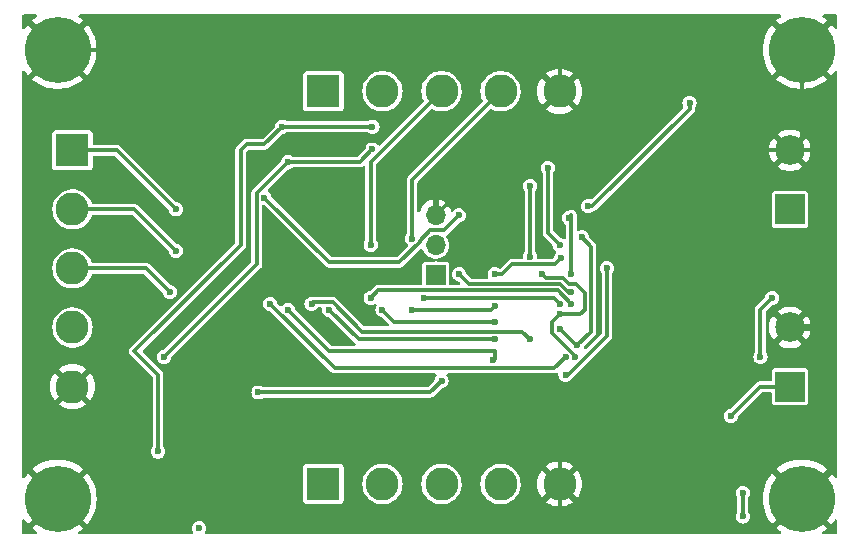
<source format=gbr>
%TF.GenerationSoftware,KiCad,Pcbnew,8.0.3*%
%TF.CreationDate,2024-08-26T20:28:07+08:00*%
%TF.ProjectId,bcd2civ,62636432-6369-4762-9e6b-696361645f70,rev?*%
%TF.SameCoordinates,Original*%
%TF.FileFunction,Copper,L2,Bot*%
%TF.FilePolarity,Positive*%
%FSLAX46Y46*%
G04 Gerber Fmt 4.6, Leading zero omitted, Abs format (unit mm)*
G04 Created by KiCad (PCBNEW 8.0.3) date 2024-08-26 20:28:07*
%MOMM*%
%LPD*%
G01*
G04 APERTURE LIST*
%TA.AperFunction,ComponentPad*%
%ADD10C,5.600000*%
%TD*%
%TA.AperFunction,ComponentPad*%
%ADD11R,2.500000X2.500000*%
%TD*%
%TA.AperFunction,ComponentPad*%
%ADD12C,2.500000*%
%TD*%
%TA.AperFunction,ComponentPad*%
%ADD13R,2.800000X2.800000*%
%TD*%
%TA.AperFunction,ComponentPad*%
%ADD14C,2.800000*%
%TD*%
%TA.AperFunction,ComponentPad*%
%ADD15O,1.700000X1.700000*%
%TD*%
%TA.AperFunction,ComponentPad*%
%ADD16R,1.700000X1.700000*%
%TD*%
%TA.AperFunction,ViaPad*%
%ADD17C,0.600000*%
%TD*%
%TA.AperFunction,Conductor*%
%ADD18C,0.300000*%
%TD*%
%TA.AperFunction,Conductor*%
%ADD19C,0.600000*%
%TD*%
G04 APERTURE END LIST*
D10*
%TO.P,,1*%
%TO.N,GND*%
X105000000Y-154000000D03*
%TD*%
%TO.P,,1*%
%TO.N,GND*%
X168000000Y-116000000D03*
%TD*%
%TO.P,,1*%
%TO.N,GND*%
X168000000Y-154000000D03*
%TD*%
%TO.P,,1*%
%TO.N,GND*%
X105000000Y-116000000D03*
%TD*%
D11*
%TO.P,J6,1,Pin_1*%
%TO.N,Net-(J6-Pin_1)*%
X167000000Y-129500000D03*
D12*
%TO.P,J6,2,Pin_2*%
%TO.N,GND*%
X167000000Y-124500000D03*
%TD*%
D13*
%TO.P,J4,1,Pin_1*%
%TO.N,OUT_A1*%
X127500000Y-152750000D03*
D14*
%TO.P,J4,2,Pin_2*%
%TO.N,OUT_B1*%
X132500000Y-152750000D03*
%TO.P,J4,3,Pin_3*%
%TO.N,OUT_C1*%
X137500000Y-152750000D03*
%TO.P,J4,4,Pin_4*%
%TO.N,OUT_D1*%
X142500000Y-152750000D03*
%TO.P,J4,5,Pin_5*%
%TO.N,GND*%
X147500000Y-152750000D03*
%TD*%
D13*
%TO.P,J2,1,Pin_1*%
%TO.N,Net-(J2-Pin_1)*%
X106250000Y-124500000D03*
D14*
%TO.P,J2,2,Pin_2*%
%TO.N,Net-(J2-Pin_2)*%
X106250000Y-129500000D03*
%TO.P,J2,3,Pin_3*%
%TO.N,Net-(J2-Pin_3)*%
X106250000Y-134500000D03*
%TO.P,J2,4,Pin_4*%
%TO.N,Net-(J2-Pin_4)*%
X106250000Y-139500000D03*
%TO.P,J2,5,Pin_5*%
%TO.N,GND*%
X106250000Y-144500000D03*
%TD*%
D13*
%TO.P,J5,1,Pin_1*%
%TO.N,OUT_A2*%
X127500000Y-119500000D03*
D14*
%TO.P,J5,2,Pin_2*%
%TO.N,OUT_B2*%
X132500000Y-119500000D03*
%TO.P,J5,3,Pin_3*%
%TO.N,OUT_C2*%
X137500000Y-119500000D03*
%TO.P,J5,4,Pin_4*%
%TO.N,OUT_D2*%
X142500000Y-119500000D03*
%TO.P,J5,5,Pin_5*%
%TO.N,GND*%
X147500000Y-119500000D03*
%TD*%
D15*
%TO.P,J3,3,Pin_3*%
%TO.N,GND*%
X137000000Y-130000000D03*
%TO.P,J3,2,Pin_2*%
%TO.N,SWD*%
X137000000Y-132540000D03*
D16*
%TO.P,J3,1,Pin_1*%
%TO.N,+5V*%
X137000000Y-135080000D03*
%TD*%
D11*
%TO.P,J1,1,Pin_1*%
%TO.N,Net-(D1-A)*%
X167000000Y-144500000D03*
D12*
%TO.P,J1,2,Pin_2*%
%TO.N,GND*%
X167000000Y-139500000D03*
%TD*%
D17*
%TO.N,BAND_B*%
X113500000Y-150000000D03*
%TO.N,BAND_C*%
X114000000Y-142000000D03*
%TO.N,D*%
X146000000Y-135000000D03*
%TO.N,GND*%
X144350000Y-131500000D03*
%TO.N,A*%
X151500000Y-134500000D03*
X148000000Y-143500000D03*
%TO.N,GND*%
X147000000Y-144000000D03*
%TO.N,C*%
X149372464Y-131872464D03*
X147599605Y-133645324D03*
X142000000Y-135000000D03*
%TO.N,B*%
X148500000Y-136500000D03*
X139000000Y-135000000D03*
%TO.N,D*%
X147500000Y-138350000D03*
X148800003Y-142000000D03*
%TO.N,C*%
X147500000Y-139650000D03*
X149000000Y-141000000D03*
%TO.N,A*%
X148500000Y-135000000D03*
X148290380Y-130209620D03*
%TO.N,+5V*%
X149911858Y-129225000D03*
X158500000Y-120500000D03*
%TO.N,Net-(U2-PD7)*%
X147500000Y-132500000D03*
X146500000Y-126000000D03*
%TO.N,+5V*%
X137500000Y-144000000D03*
X122000000Y-145000000D03*
%TO.N,Net-(D1-A)*%
X162000000Y-147000000D03*
%TO.N,Net-(D1-K)*%
X164500000Y-142000000D03*
X165500000Y-137000000D03*
%TO.N,CI-V*%
X145000000Y-133500000D03*
X145000000Y-127500000D03*
%TO.N,GND*%
X160000000Y-124000000D03*
%TO.N,Net-(J2-Pin_3)*%
X114500000Y-136500000D03*
%TO.N,Net-(J2-Pin_2)*%
X115000000Y-133000000D03*
%TO.N,Net-(J2-Pin_1)*%
X115000000Y-129500000D03*
%TO.N,BAND_D*%
X139000000Y-130000000D03*
X122500000Y-128500000D03*
%TO.N,BAND_C*%
X131649999Y-124430762D03*
X124500000Y-125500000D03*
%TO.N,BAND_B*%
X131650000Y-122500000D03*
X124000000Y-122500000D03*
%TO.N,Net-(U3-2Y0)*%
X148000000Y-142000000D03*
X123000000Y-137500000D03*
%TO.N,Net-(U3-2Y1)*%
X145000000Y-140500000D03*
X126500000Y-137500000D03*
%TO.N,Net-(U3-2Y2)*%
X148500000Y-137500000D03*
X131500000Y-137000000D03*
%TO.N,Net-(U3-2Y3)*%
X136000000Y-137000000D03*
X147503031Y-137502132D03*
%TO.N,Net-(U3-1Y0)*%
X141875000Y-142294238D03*
X124500000Y-138000000D03*
%TO.N,Net-(U3-1Y1)*%
X142000000Y-140500000D03*
X128000000Y-138000000D03*
%TO.N,Net-(U3-1Y2)*%
X132500000Y-138000000D03*
X142000000Y-139000000D03*
%TO.N,Net-(U3-1Y3)*%
X142000000Y-137650000D03*
X135000000Y-138000000D03*
%TO.N,BAND_A*%
X116975000Y-156500000D03*
%TO.N,OUT_D2*%
X135000000Y-132000000D03*
%TO.N,OUT_C2*%
X131500000Y-132500000D03*
%TO.N,Net-(D1-K)*%
X163000000Y-155500000D03*
X163000000Y-153500000D03*
%TD*%
D18*
%TO.N,BAND_B*%
X121000000Y-124000000D02*
X122500000Y-124000000D01*
X120500000Y-124500000D02*
X121000000Y-124000000D01*
X120500000Y-132500000D02*
X120500000Y-124500000D01*
X111500000Y-141500000D02*
X120500000Y-132500000D01*
X113500000Y-143500000D02*
X111500000Y-141500000D01*
X113500000Y-150000000D02*
X113500000Y-143500000D01*
X122500000Y-124000000D02*
X124000000Y-122500000D01*
%TO.N,BAND_C*%
X121850000Y-128150000D02*
X124500000Y-125500000D01*
X114000000Y-142000000D02*
X121850000Y-134150000D01*
X121850000Y-134150000D02*
X121850000Y-128150000D01*
%TO.N,D*%
X149265380Y-138350000D02*
X149615380Y-138000000D01*
X147500000Y-138350000D02*
X149265380Y-138350000D01*
%TO.N,Net-(U3-2Y2)*%
X148500000Y-137500000D02*
X147350000Y-136350000D01*
X132150000Y-136350000D02*
X131500000Y-137000000D01*
X147350000Y-136350000D02*
X132150000Y-136350000D01*
%TO.N,D*%
X149615380Y-136615380D02*
X149615380Y-138000000D01*
X147764212Y-135350000D02*
X148264212Y-135850000D01*
X148264212Y-135850000D02*
X148850000Y-135850000D01*
X148850000Y-135850000D02*
X149615380Y-136615380D01*
X146350000Y-135350000D02*
X147764212Y-135350000D01*
X146000000Y-135000000D02*
X146350000Y-135350000D01*
%TO.N,B*%
X139850000Y-135850000D02*
X139000000Y-135000000D01*
X147557106Y-135850000D02*
X139850000Y-135850000D01*
X148500000Y-136500000D02*
X148207106Y-136500000D01*
X148207106Y-136500000D02*
X147557106Y-135850000D01*
%TO.N,C*%
X147094929Y-134150000D02*
X147599605Y-133645324D01*
X143472465Y-134150000D02*
X147094929Y-134150000D01*
X142622465Y-135000000D02*
X143472465Y-134150000D01*
X142000000Y-135000000D02*
X142622465Y-135000000D01*
%TO.N,GND*%
X137850000Y-129150000D02*
X137000000Y-130000000D01*
X139069239Y-129150000D02*
X137850000Y-129150000D01*
X144350000Y-131500000D02*
X141419239Y-131500000D01*
X141419239Y-131500000D02*
X139069239Y-129150000D01*
%TO.N,A*%
X151500000Y-140219242D02*
X151500000Y-134500000D01*
X148000000Y-143500000D02*
X148219242Y-143500000D01*
X148219242Y-143500000D02*
X151500000Y-140219242D01*
%TO.N,GND*%
X147000000Y-144000000D02*
X147000000Y-145000000D01*
X147500000Y-145500000D02*
X147500000Y-152750000D01*
X147000000Y-145000000D02*
X147500000Y-145500000D01*
%TO.N,Net-(U3-1Y3)*%
X142000000Y-137650000D02*
X141650000Y-138000000D01*
X141650000Y-138000000D02*
X135000000Y-138000000D01*
%TO.N,Net-(U3-1Y2)*%
X142000000Y-139000000D02*
X133500000Y-139000000D01*
X133500000Y-139000000D02*
X132500000Y-138000000D01*
%TO.N,C*%
X150150000Y-139850000D02*
X149000000Y-141000000D01*
X150150000Y-132650000D02*
X150150000Y-139850000D01*
X149372464Y-131872464D02*
X150150000Y-132650000D01*
%TO.N,D*%
X148800003Y-142000000D02*
X148800003Y-141880764D01*
X146850000Y-139000000D02*
X147500000Y-138350000D01*
X146850000Y-139930761D02*
X146850000Y-139000000D01*
X148800003Y-141880764D02*
X146850000Y-139930761D01*
%TO.N,C*%
X148850000Y-141000000D02*
X147500000Y-139650000D01*
X149000000Y-141000000D02*
X148850000Y-141000000D01*
%TO.N,A*%
X148500000Y-130000000D02*
X148290380Y-130209620D01*
X148500000Y-135000000D02*
X148500000Y-130000000D01*
%TO.N,+5V*%
X150275000Y-129225000D02*
X158500000Y-121000000D01*
X149911858Y-129225000D02*
X150275000Y-129225000D01*
X158500000Y-121000000D02*
X158500000Y-120500000D01*
%TO.N,Net-(U2-PD7)*%
X146500000Y-131500000D02*
X147500000Y-132500000D01*
X146500000Y-126000000D02*
X146500000Y-131500000D01*
%TO.N,+5V*%
X136500000Y-145000000D02*
X137500000Y-144000000D01*
X122000000Y-145000000D02*
X136500000Y-145000000D01*
%TO.N,Net-(D1-A)*%
X164500000Y-144500000D02*
X167000000Y-144500000D01*
X162000000Y-147000000D02*
X164500000Y-144500000D01*
%TO.N,Net-(D1-K)*%
X164500000Y-138000000D02*
X165500000Y-137000000D01*
X164500000Y-142000000D02*
X164500000Y-138000000D01*
%TO.N,CI-V*%
X145000000Y-127500000D02*
X145000000Y-133500000D01*
%TO.N,GND*%
X160000000Y-124000000D02*
X160500000Y-124500000D01*
X160500000Y-124500000D02*
X167000000Y-124500000D01*
%TO.N,Net-(J2-Pin_3)*%
X112500000Y-134500000D02*
X106250000Y-134500000D01*
X114500000Y-136500000D02*
X112500000Y-134500000D01*
%TO.N,Net-(J2-Pin_2)*%
X115000000Y-133000000D02*
X111500000Y-129500000D01*
X111500000Y-129500000D02*
X106250000Y-129500000D01*
%TO.N,Net-(J2-Pin_1)*%
X115000000Y-129500000D02*
X110000000Y-124500000D01*
X110000000Y-124500000D02*
X106250000Y-124500000D01*
%TO.N,GND*%
X144000000Y-116000000D02*
X147500000Y-119500000D01*
X105000000Y-116000000D02*
X144000000Y-116000000D01*
%TO.N,BAND_D*%
X137709620Y-131290380D02*
X139000000Y-130000000D01*
X136552563Y-131290380D02*
X137709620Y-131290380D01*
X135650000Y-132192943D02*
X136552563Y-131290380D01*
X135650000Y-132269239D02*
X135650000Y-132192943D01*
X133919239Y-134000000D02*
X135650000Y-132269239D01*
X133000000Y-134000000D02*
X133919239Y-134000000D01*
X122500000Y-128500000D02*
X128000000Y-134000000D01*
X128000000Y-134000000D02*
X133000000Y-134000000D01*
%TO.N,BAND_C*%
X130580761Y-125500000D02*
X131649999Y-124430762D01*
X124500000Y-125500000D02*
X130580761Y-125500000D01*
%TO.N,BAND_B*%
X124000000Y-122500000D02*
X131650000Y-122500000D01*
%TO.N,GND*%
X165150000Y-156850000D02*
X168000000Y-154000000D01*
X148500000Y-156850000D02*
X165150000Y-156850000D01*
X147500000Y-155850000D02*
X148500000Y-156850000D01*
X147500000Y-152750000D02*
X147500000Y-155850000D01*
X170500000Y-125500000D02*
X170500000Y-141500000D01*
D19*
X170500000Y-141500000D02*
X170500000Y-141000000D01*
X170500000Y-151500000D02*
X170500000Y-141500000D01*
D18*
X169500000Y-124500000D02*
X170500000Y-125500000D01*
X167000000Y-124500000D02*
X169500000Y-124500000D01*
X168000000Y-123500000D02*
X167000000Y-124500000D01*
X168000000Y-116000000D02*
X168000000Y-123500000D01*
D19*
X169000000Y-139500000D02*
X167000000Y-139500000D01*
X170500000Y-141000000D02*
X169000000Y-139500000D01*
X168000000Y-154000000D02*
X170500000Y-151500000D01*
D18*
%TO.N,Net-(U3-2Y0)*%
X123000000Y-137500000D02*
X128444238Y-142944238D01*
X128444238Y-142944238D02*
X147055762Y-142944238D01*
X147055762Y-142944238D02*
X148000000Y-142000000D01*
%TO.N,Net-(U3-2Y1)*%
X130769239Y-139850000D02*
X144350000Y-139850000D01*
X128269239Y-137350000D02*
X130769239Y-139850000D01*
X126650000Y-137350000D02*
X128269239Y-137350000D01*
X126500000Y-137500000D02*
X126650000Y-137350000D01*
X144350000Y-139850000D02*
X145000000Y-140500000D01*
%TO.N,Net-(U3-2Y3)*%
X147000899Y-137000000D02*
X147503031Y-137502132D01*
X136000000Y-137000000D02*
X147000899Y-137000000D01*
%TO.N,Net-(U3-1Y0)*%
X142000000Y-142169238D02*
X141875000Y-142294238D01*
X142000000Y-141500000D02*
X142000000Y-142169238D01*
X128000000Y-141500000D02*
X142000000Y-141500000D01*
X124500000Y-138000000D02*
X128000000Y-141500000D01*
%TO.N,Net-(U3-1Y1)*%
X130500000Y-140500000D02*
X142000000Y-140500000D01*
X128000000Y-138000000D02*
X130500000Y-140500000D01*
%TO.N,GND*%
X165500000Y-113500000D02*
X168000000Y-116000000D01*
X149500000Y-113500000D02*
X165500000Y-113500000D01*
X147500000Y-115500000D02*
X149500000Y-113500000D01*
X147500000Y-119500000D02*
X147500000Y-115500000D01*
X137000000Y-130000000D02*
X147500000Y-119500000D01*
%TO.N,OUT_D2*%
X135000000Y-127000000D02*
X142500000Y-119500000D01*
X135000000Y-132000000D02*
X135000000Y-127000000D01*
%TO.N,OUT_C2*%
X131500000Y-125500000D02*
X137500000Y-119500000D01*
X131500000Y-132500000D02*
X131500000Y-125500000D01*
%TO.N,Net-(D1-K)*%
X163000000Y-153500000D02*
X163000000Y-155500000D01*
%TD*%
%TA.AperFunction,Conductor*%
%TO.N,GND*%
G36*
X103779588Y-155042330D02*
G01*
X103957670Y-155220412D01*
X104059300Y-155294251D01*
X102847257Y-156506294D01*
X102860495Y-156518836D01*
X103145367Y-156735388D01*
X103145370Y-156735390D01*
X103201644Y-156769249D01*
X103248939Y-156820678D01*
X103260922Y-156889513D01*
X103233787Y-156953899D01*
X103176151Y-156993393D01*
X103137716Y-156999500D01*
X102124500Y-156999500D01*
X102057461Y-156979815D01*
X102011706Y-156927011D01*
X102000500Y-156875500D01*
X102000500Y-155860307D01*
X102020185Y-155793268D01*
X102072989Y-155747513D01*
X102142147Y-155737569D01*
X102205703Y-155766594D01*
X102227134Y-155790720D01*
X102369033Y-156000006D01*
X102369035Y-156000008D01*
X102496441Y-156150002D01*
X102496442Y-156150002D01*
X103705747Y-154940697D01*
X103779588Y-155042330D01*
G37*
%TD.AperFunction*%
%TA.AperFunction,Conductor*%
G36*
X166204755Y-113020185D02*
G01*
X166250510Y-113072989D01*
X166260454Y-113142147D01*
X166231429Y-113205703D01*
X166201644Y-113230751D01*
X166145370Y-113264609D01*
X166145367Y-113264611D01*
X165860486Y-113481170D01*
X165860485Y-113481171D01*
X165847257Y-113493702D01*
X165847256Y-113493703D01*
X167059301Y-114705748D01*
X166957670Y-114779588D01*
X166779588Y-114957670D01*
X166705748Y-115059301D01*
X165496442Y-113849995D01*
X165496441Y-113849996D01*
X165369033Y-113999992D01*
X165168218Y-114296172D01*
X165000606Y-114612322D01*
X165000597Y-114612340D01*
X164868149Y-114944760D01*
X164868147Y-114944767D01*
X164772421Y-115289542D01*
X164772415Y-115289568D01*
X164714527Y-115642668D01*
X164714526Y-115642685D01*
X164695153Y-115999997D01*
X164695153Y-116000002D01*
X164714526Y-116357314D01*
X164714527Y-116357331D01*
X164772415Y-116710431D01*
X164772421Y-116710457D01*
X164868147Y-117055232D01*
X164868149Y-117055239D01*
X165000597Y-117387659D01*
X165000606Y-117387677D01*
X165168218Y-117703827D01*
X165369024Y-117999994D01*
X165369035Y-118000008D01*
X165496441Y-118150002D01*
X165496442Y-118150002D01*
X166705747Y-116940697D01*
X166779588Y-117042330D01*
X166957670Y-117220412D01*
X167059300Y-117294251D01*
X165847257Y-118506294D01*
X165860495Y-118518836D01*
X166145367Y-118735388D01*
X166145370Y-118735390D01*
X166451990Y-118919876D01*
X166776739Y-119070122D01*
X166776744Y-119070123D01*
X167115855Y-119184383D01*
X167465339Y-119261311D01*
X167821075Y-119299999D01*
X167821085Y-119300000D01*
X168178915Y-119300000D01*
X168178924Y-119299999D01*
X168534660Y-119261311D01*
X168884144Y-119184383D01*
X169223255Y-119070123D01*
X169223260Y-119070122D01*
X169548009Y-118919876D01*
X169854629Y-118735390D01*
X169854632Y-118735388D01*
X170139509Y-118518831D01*
X170152742Y-118506295D01*
X170152742Y-118506294D01*
X168940699Y-117294251D01*
X169042330Y-117220412D01*
X169220412Y-117042330D01*
X169294251Y-116940698D01*
X170503556Y-118150002D01*
X170630969Y-118000002D01*
X170772866Y-117790720D01*
X170826781Y-117746279D01*
X170896163Y-117738041D01*
X170958985Y-117768621D01*
X170995301Y-117828312D01*
X170999500Y-117860307D01*
X170999500Y-152139692D01*
X170979815Y-152206731D01*
X170927011Y-152252486D01*
X170857853Y-152262430D01*
X170794297Y-152233405D01*
X170772867Y-152209279D01*
X170630975Y-152000005D01*
X170630964Y-151999991D01*
X170503556Y-151849996D01*
X169294251Y-153059301D01*
X169220412Y-152957670D01*
X169042330Y-152779588D01*
X168940698Y-152705748D01*
X170152742Y-151493704D01*
X170139504Y-151481163D01*
X169854632Y-151264611D01*
X169854629Y-151264609D01*
X169548009Y-151080123D01*
X169223260Y-150929877D01*
X169223255Y-150929876D01*
X168884144Y-150815616D01*
X168534660Y-150738688D01*
X168178924Y-150700000D01*
X167821075Y-150700000D01*
X167465339Y-150738688D01*
X167115855Y-150815616D01*
X166776744Y-150929876D01*
X166776739Y-150929877D01*
X166451990Y-151080123D01*
X166145370Y-151264609D01*
X166145367Y-151264611D01*
X165860486Y-151481170D01*
X165860485Y-151481171D01*
X165847257Y-151493702D01*
X165847256Y-151493703D01*
X167059301Y-152705748D01*
X166957670Y-152779588D01*
X166779588Y-152957670D01*
X166705748Y-153059301D01*
X165496442Y-151849995D01*
X165496441Y-151849996D01*
X165369033Y-151999992D01*
X165168218Y-152296172D01*
X165000606Y-152612322D01*
X165000597Y-152612340D01*
X164868149Y-152944760D01*
X164868147Y-152944767D01*
X164772421Y-153289542D01*
X164772415Y-153289568D01*
X164714527Y-153642668D01*
X164714526Y-153642685D01*
X164695153Y-153999997D01*
X164695153Y-154000002D01*
X164714526Y-154357314D01*
X164714527Y-154357331D01*
X164772415Y-154710431D01*
X164772421Y-154710457D01*
X164868147Y-155055232D01*
X164868149Y-155055239D01*
X165000597Y-155387659D01*
X165000606Y-155387677D01*
X165168218Y-155703827D01*
X165369024Y-155999994D01*
X165369035Y-156000008D01*
X165496441Y-156150002D01*
X165496442Y-156150002D01*
X166705747Y-154940697D01*
X166779588Y-155042330D01*
X166957670Y-155220412D01*
X167059300Y-155294251D01*
X165847257Y-156506294D01*
X165860495Y-156518836D01*
X166145367Y-156735388D01*
X166145370Y-156735390D01*
X166201644Y-156769249D01*
X166248939Y-156820678D01*
X166260922Y-156889513D01*
X166233787Y-156953899D01*
X166176151Y-156993393D01*
X166137716Y-156999500D01*
X117600082Y-156999500D01*
X117533043Y-156979815D01*
X117487288Y-156927011D01*
X117477344Y-156857853D01*
X117497141Y-156810845D01*
X117495472Y-156809881D01*
X117499534Y-156802843D01*
X117499536Y-156802841D01*
X117560044Y-156656762D01*
X117580682Y-156500000D01*
X117560044Y-156343238D01*
X117499536Y-156197159D01*
X117403282Y-156071718D01*
X117277841Y-155975464D01*
X117131762Y-155914956D01*
X117131760Y-155914955D01*
X116975001Y-155894318D01*
X116974999Y-155894318D01*
X116818239Y-155914955D01*
X116818237Y-155914956D01*
X116672160Y-155975463D01*
X116546718Y-156071718D01*
X116450463Y-156197160D01*
X116389956Y-156343237D01*
X116389955Y-156343239D01*
X116369318Y-156499998D01*
X116369318Y-156500001D01*
X116389955Y-156656760D01*
X116389956Y-156656762D01*
X116450465Y-156802843D01*
X116454528Y-156809881D01*
X116452551Y-156811022D01*
X116473489Y-156865193D01*
X116459445Y-156933637D01*
X116410627Y-156983623D01*
X116349918Y-156999500D01*
X106862284Y-156999500D01*
X106795245Y-156979815D01*
X106749490Y-156927011D01*
X106739546Y-156857853D01*
X106768571Y-156794297D01*
X106798356Y-156769249D01*
X106854629Y-156735390D01*
X106854632Y-156735388D01*
X107139509Y-156518831D01*
X107152742Y-156506295D01*
X107152742Y-156506294D01*
X105940699Y-155294251D01*
X106042330Y-155220412D01*
X106220412Y-155042330D01*
X106294251Y-154940698D01*
X107503556Y-156150002D01*
X107630972Y-155999998D01*
X107630975Y-155999994D01*
X107831781Y-155703827D01*
X107999393Y-155387677D01*
X107999402Y-155387659D01*
X108131850Y-155055239D01*
X108131852Y-155055232D01*
X108227578Y-154710457D01*
X108227584Y-154710431D01*
X108285472Y-154357331D01*
X108285473Y-154357314D01*
X108304847Y-154000002D01*
X108304847Y-153999997D01*
X108285473Y-153642685D01*
X108285472Y-153642668D01*
X108227584Y-153289568D01*
X108227578Y-153289542D01*
X108131852Y-152944767D01*
X108131850Y-152944760D01*
X107999402Y-152612340D01*
X107999393Y-152612322D01*
X107831781Y-152296172D01*
X107630975Y-152000005D01*
X107630964Y-151999991D01*
X107503556Y-151849996D01*
X106294251Y-153059301D01*
X106220412Y-152957670D01*
X106042330Y-152779588D01*
X105940698Y-152705748D01*
X107152742Y-151493704D01*
X107139504Y-151481163D01*
X106907936Y-151305131D01*
X125799500Y-151305131D01*
X125799500Y-154194856D01*
X125799502Y-154194882D01*
X125802413Y-154219987D01*
X125802415Y-154219991D01*
X125847793Y-154322764D01*
X125847794Y-154322765D01*
X125927235Y-154402206D01*
X126030009Y-154447585D01*
X126055135Y-154450500D01*
X128944864Y-154450499D01*
X128944879Y-154450497D01*
X128944882Y-154450497D01*
X128969987Y-154447586D01*
X128969988Y-154447585D01*
X128969991Y-154447585D01*
X129072765Y-154402206D01*
X129152206Y-154322765D01*
X129197585Y-154219991D01*
X129200500Y-154194865D01*
X129200499Y-152749995D01*
X130794732Y-152749995D01*
X130794732Y-152750004D01*
X130813777Y-153004154D01*
X130857829Y-153197160D01*
X130870492Y-153252637D01*
X130963607Y-153489888D01*
X131091041Y-153710612D01*
X131249950Y-153909877D01*
X131436783Y-154083232D01*
X131647366Y-154226805D01*
X131647371Y-154226807D01*
X131647372Y-154226808D01*
X131647373Y-154226809D01*
X131769328Y-154285538D01*
X131876992Y-154337387D01*
X131876993Y-154337387D01*
X131876996Y-154337389D01*
X132120542Y-154412513D01*
X132372565Y-154450500D01*
X132627435Y-154450500D01*
X132879458Y-154412513D01*
X133123004Y-154337389D01*
X133352634Y-154226805D01*
X133563217Y-154083232D01*
X133750050Y-153909877D01*
X133908959Y-153710612D01*
X134036393Y-153489888D01*
X134129508Y-153252637D01*
X134186222Y-153004157D01*
X134194453Y-152894318D01*
X134205268Y-152750004D01*
X134205268Y-152749995D01*
X135794732Y-152749995D01*
X135794732Y-152750004D01*
X135813777Y-153004154D01*
X135857829Y-153197160D01*
X135870492Y-153252637D01*
X135963607Y-153489888D01*
X136091041Y-153710612D01*
X136249950Y-153909877D01*
X136436783Y-154083232D01*
X136647366Y-154226805D01*
X136647371Y-154226807D01*
X136647372Y-154226808D01*
X136647373Y-154226809D01*
X136769328Y-154285538D01*
X136876992Y-154337387D01*
X136876993Y-154337387D01*
X136876996Y-154337389D01*
X137120542Y-154412513D01*
X137372565Y-154450500D01*
X137627435Y-154450500D01*
X137879458Y-154412513D01*
X138123004Y-154337389D01*
X138352634Y-154226805D01*
X138563217Y-154083232D01*
X138750050Y-153909877D01*
X138908959Y-153710612D01*
X139036393Y-153489888D01*
X139129508Y-153252637D01*
X139186222Y-153004157D01*
X139194453Y-152894318D01*
X139205268Y-152750004D01*
X139205268Y-152749995D01*
X140794732Y-152749995D01*
X140794732Y-152750004D01*
X140813777Y-153004154D01*
X140857829Y-153197160D01*
X140870492Y-153252637D01*
X140963607Y-153489888D01*
X141091041Y-153710612D01*
X141249950Y-153909877D01*
X141436783Y-154083232D01*
X141647366Y-154226805D01*
X141647371Y-154226807D01*
X141647372Y-154226808D01*
X141647373Y-154226809D01*
X141769328Y-154285538D01*
X141876992Y-154337387D01*
X141876993Y-154337387D01*
X141876996Y-154337389D01*
X142120542Y-154412513D01*
X142372565Y-154450500D01*
X142627435Y-154450500D01*
X142879458Y-154412513D01*
X143123004Y-154337389D01*
X143352634Y-154226805D01*
X143563217Y-154083232D01*
X143750050Y-153909877D01*
X143908959Y-153710612D01*
X144036393Y-153489888D01*
X144129508Y-153252637D01*
X144186222Y-153004157D01*
X144194453Y-152894318D01*
X144205268Y-152750004D01*
X144205268Y-152749998D01*
X145595147Y-152749998D01*
X145595147Y-152750001D01*
X145614536Y-153021090D01*
X145614537Y-153021097D01*
X145672305Y-153286654D01*
X145767285Y-153541306D01*
X145767287Y-153541310D01*
X145897532Y-153779835D01*
X145897537Y-153779843D01*
X145991321Y-153905123D01*
X145991322Y-153905124D01*
X146860690Y-153035756D01*
X146879668Y-153081574D01*
X146956274Y-153196224D01*
X147053776Y-153293726D01*
X147168426Y-153370332D01*
X147214242Y-153389309D01*
X146344874Y-154258676D01*
X146470163Y-154352466D01*
X146470164Y-154352467D01*
X146708689Y-154482712D01*
X146708693Y-154482714D01*
X146963345Y-154577694D01*
X147228902Y-154635462D01*
X147228909Y-154635463D01*
X147499999Y-154654853D01*
X147500001Y-154654853D01*
X147771090Y-154635463D01*
X147771097Y-154635462D01*
X148036654Y-154577694D01*
X148291306Y-154482714D01*
X148291310Y-154482712D01*
X148529844Y-154352462D01*
X148655123Y-154258677D01*
X148655124Y-154258676D01*
X147785757Y-153389309D01*
X147831574Y-153370332D01*
X147946224Y-153293726D01*
X148043726Y-153196224D01*
X148120332Y-153081574D01*
X148139309Y-153035757D01*
X149008676Y-153905124D01*
X149008677Y-153905123D01*
X149102462Y-153779844D01*
X149232712Y-153541310D01*
X149232714Y-153541306D01*
X149248121Y-153499998D01*
X162394318Y-153499998D01*
X162394318Y-153500001D01*
X162414955Y-153656760D01*
X162414957Y-153656765D01*
X162475461Y-153802836D01*
X162475464Y-153802841D01*
X162523876Y-153865933D01*
X162549070Y-153931102D01*
X162549500Y-153941419D01*
X162549500Y-155058580D01*
X162529815Y-155125619D01*
X162523876Y-155134066D01*
X162475464Y-155197157D01*
X162414956Y-155343237D01*
X162414955Y-155343239D01*
X162394318Y-155499998D01*
X162394318Y-155500001D01*
X162414955Y-155656760D01*
X162414956Y-155656762D01*
X162461289Y-155768621D01*
X162475464Y-155802841D01*
X162571718Y-155928282D01*
X162697159Y-156024536D01*
X162843238Y-156085044D01*
X162921619Y-156095363D01*
X162999999Y-156105682D01*
X163000000Y-156105682D01*
X163000001Y-156105682D01*
X163052254Y-156098802D01*
X163156762Y-156085044D01*
X163302841Y-156024536D01*
X163428282Y-155928282D01*
X163524536Y-155802841D01*
X163585044Y-155656762D01*
X163605682Y-155500000D01*
X163585044Y-155343238D01*
X163524536Y-155197159D01*
X163524535Y-155197158D01*
X163524535Y-155197157D01*
X163476124Y-155134066D01*
X163450930Y-155068896D01*
X163450500Y-155058580D01*
X163450500Y-153941419D01*
X163470185Y-153874380D01*
X163476124Y-153865933D01*
X163492092Y-153845121D01*
X163524536Y-153802841D01*
X163585044Y-153656762D01*
X163605682Y-153500000D01*
X163599099Y-153450000D01*
X163585044Y-153343239D01*
X163585044Y-153343238D01*
X163524536Y-153197159D01*
X163428282Y-153071718D01*
X163302841Y-152975464D01*
X163156762Y-152914956D01*
X163156760Y-152914955D01*
X163000001Y-152894318D01*
X162999999Y-152894318D01*
X162843239Y-152914955D01*
X162843237Y-152914956D01*
X162697160Y-152975463D01*
X162571718Y-153071718D01*
X162475463Y-153197160D01*
X162414956Y-153343237D01*
X162414955Y-153343239D01*
X162394318Y-153499998D01*
X149248121Y-153499998D01*
X149327694Y-153286654D01*
X149385462Y-153021097D01*
X149385463Y-153021090D01*
X149404853Y-152750001D01*
X149404853Y-152749998D01*
X149385463Y-152478909D01*
X149385462Y-152478902D01*
X149327694Y-152213345D01*
X149232714Y-151958693D01*
X149232712Y-151958689D01*
X149102467Y-151720164D01*
X149102466Y-151720163D01*
X149008676Y-151594874D01*
X148139309Y-152464242D01*
X148120332Y-152418426D01*
X148043726Y-152303776D01*
X147946224Y-152206274D01*
X147831574Y-152129668D01*
X147785757Y-152110690D01*
X148655124Y-151241322D01*
X148655123Y-151241321D01*
X148529843Y-151147537D01*
X148529835Y-151147532D01*
X148291310Y-151017287D01*
X148291306Y-151017285D01*
X148036654Y-150922305D01*
X147771097Y-150864537D01*
X147771090Y-150864536D01*
X147500001Y-150845147D01*
X147499999Y-150845147D01*
X147228909Y-150864536D01*
X147228902Y-150864537D01*
X146963345Y-150922305D01*
X146708693Y-151017285D01*
X146708689Y-151017287D01*
X146470164Y-151147532D01*
X146470156Y-151147537D01*
X146344875Y-151241321D01*
X146344874Y-151241322D01*
X147214242Y-152110690D01*
X147168426Y-152129668D01*
X147053776Y-152206274D01*
X146956274Y-152303776D01*
X146879668Y-152418426D01*
X146860690Y-152464242D01*
X145991322Y-151594874D01*
X145991321Y-151594875D01*
X145897537Y-151720156D01*
X145897532Y-151720164D01*
X145767287Y-151958689D01*
X145767285Y-151958693D01*
X145672305Y-152213345D01*
X145614537Y-152478902D01*
X145614536Y-152478909D01*
X145595147Y-152749998D01*
X144205268Y-152749998D01*
X144205268Y-152749995D01*
X144186222Y-152495845D01*
X144182356Y-152478909D01*
X144129508Y-152247363D01*
X144036393Y-152010112D01*
X143908959Y-151789388D01*
X143750050Y-151590123D01*
X143563217Y-151416768D01*
X143352634Y-151273195D01*
X143352630Y-151273193D01*
X143352627Y-151273191D01*
X143352626Y-151273190D01*
X143123006Y-151162612D01*
X143123008Y-151162612D01*
X142879466Y-151087489D01*
X142879462Y-151087488D01*
X142879458Y-151087487D01*
X142758231Y-151069214D01*
X142627440Y-151049500D01*
X142627435Y-151049500D01*
X142372565Y-151049500D01*
X142372559Y-151049500D01*
X142215609Y-151073157D01*
X142120542Y-151087487D01*
X142120539Y-151087488D01*
X142120533Y-151087489D01*
X141876992Y-151162612D01*
X141647373Y-151273190D01*
X141647372Y-151273191D01*
X141436782Y-151416768D01*
X141249952Y-151590121D01*
X141249950Y-151590123D01*
X141091041Y-151789388D01*
X140963608Y-152010109D01*
X140870492Y-152247362D01*
X140870490Y-152247369D01*
X140813777Y-152495845D01*
X140794732Y-152749995D01*
X139205268Y-152749995D01*
X139186222Y-152495845D01*
X139182356Y-152478909D01*
X139129508Y-152247363D01*
X139036393Y-152010112D01*
X138908959Y-151789388D01*
X138750050Y-151590123D01*
X138563217Y-151416768D01*
X138352634Y-151273195D01*
X138352630Y-151273193D01*
X138352627Y-151273191D01*
X138352626Y-151273190D01*
X138123006Y-151162612D01*
X138123008Y-151162612D01*
X137879466Y-151087489D01*
X137879462Y-151087488D01*
X137879458Y-151087487D01*
X137758231Y-151069214D01*
X137627440Y-151049500D01*
X137627435Y-151049500D01*
X137372565Y-151049500D01*
X137372559Y-151049500D01*
X137215609Y-151073157D01*
X137120542Y-151087487D01*
X137120539Y-151087488D01*
X137120533Y-151087489D01*
X136876992Y-151162612D01*
X136647373Y-151273190D01*
X136647372Y-151273191D01*
X136436782Y-151416768D01*
X136249952Y-151590121D01*
X136249950Y-151590123D01*
X136091041Y-151789388D01*
X135963608Y-152010109D01*
X135870492Y-152247362D01*
X135870490Y-152247369D01*
X135813777Y-152495845D01*
X135794732Y-152749995D01*
X134205268Y-152749995D01*
X134186222Y-152495845D01*
X134182356Y-152478909D01*
X134129508Y-152247363D01*
X134036393Y-152010112D01*
X133908959Y-151789388D01*
X133750050Y-151590123D01*
X133563217Y-151416768D01*
X133352634Y-151273195D01*
X133352630Y-151273193D01*
X133352627Y-151273191D01*
X133352626Y-151273190D01*
X133123006Y-151162612D01*
X133123008Y-151162612D01*
X132879466Y-151087489D01*
X132879462Y-151087488D01*
X132879458Y-151087487D01*
X132758231Y-151069214D01*
X132627440Y-151049500D01*
X132627435Y-151049500D01*
X132372565Y-151049500D01*
X132372559Y-151049500D01*
X132215609Y-151073157D01*
X132120542Y-151087487D01*
X132120539Y-151087488D01*
X132120533Y-151087489D01*
X131876992Y-151162612D01*
X131647373Y-151273190D01*
X131647372Y-151273191D01*
X131436782Y-151416768D01*
X131249952Y-151590121D01*
X131249950Y-151590123D01*
X131091041Y-151789388D01*
X130963608Y-152010109D01*
X130870492Y-152247362D01*
X130870490Y-152247369D01*
X130813777Y-152495845D01*
X130794732Y-152749995D01*
X129200499Y-152749995D01*
X129200499Y-151305136D01*
X129200497Y-151305117D01*
X129197586Y-151280012D01*
X129197585Y-151280010D01*
X129197585Y-151280009D01*
X129152206Y-151177235D01*
X129072765Y-151097794D01*
X129072763Y-151097793D01*
X128969992Y-151052415D01*
X128944865Y-151049500D01*
X126055143Y-151049500D01*
X126055117Y-151049502D01*
X126030012Y-151052413D01*
X126030008Y-151052415D01*
X125927235Y-151097793D01*
X125847794Y-151177234D01*
X125802415Y-151280006D01*
X125802415Y-151280008D01*
X125799500Y-151305131D01*
X106907936Y-151305131D01*
X106854632Y-151264611D01*
X106854629Y-151264609D01*
X106548009Y-151080123D01*
X106223260Y-150929877D01*
X106223255Y-150929876D01*
X105884144Y-150815616D01*
X105534660Y-150738688D01*
X105178924Y-150700000D01*
X104821075Y-150700000D01*
X104465339Y-150738688D01*
X104115855Y-150815616D01*
X103776744Y-150929876D01*
X103776739Y-150929877D01*
X103451990Y-151080123D01*
X103145370Y-151264609D01*
X103145367Y-151264611D01*
X102860486Y-151481170D01*
X102860485Y-151481171D01*
X102847257Y-151493702D01*
X102847256Y-151493703D01*
X104059301Y-152705748D01*
X103957670Y-152779588D01*
X103779588Y-152957670D01*
X103705748Y-153059301D01*
X102496442Y-151849995D01*
X102496441Y-151849996D01*
X102369033Y-151999992D01*
X102227133Y-152209279D01*
X102173219Y-152253720D01*
X102103837Y-152261958D01*
X102041015Y-152231377D01*
X102004699Y-152171687D01*
X102000500Y-152139692D01*
X102000500Y-144499998D01*
X104345147Y-144499998D01*
X104345147Y-144500001D01*
X104364536Y-144771090D01*
X104364537Y-144771097D01*
X104422305Y-145036654D01*
X104517285Y-145291306D01*
X104517287Y-145291310D01*
X104647532Y-145529835D01*
X104647537Y-145529843D01*
X104741321Y-145655123D01*
X104741322Y-145655124D01*
X105610690Y-144785756D01*
X105629668Y-144831574D01*
X105706274Y-144946224D01*
X105803776Y-145043726D01*
X105918426Y-145120332D01*
X105964242Y-145139309D01*
X105094874Y-146008676D01*
X105220163Y-146102466D01*
X105220164Y-146102467D01*
X105458689Y-146232712D01*
X105458693Y-146232714D01*
X105713345Y-146327694D01*
X105978902Y-146385462D01*
X105978909Y-146385463D01*
X106249999Y-146404853D01*
X106250001Y-146404853D01*
X106521090Y-146385463D01*
X106521097Y-146385462D01*
X106786654Y-146327694D01*
X107041306Y-146232714D01*
X107041310Y-146232712D01*
X107279844Y-146102462D01*
X107405123Y-146008677D01*
X107405124Y-146008676D01*
X106535757Y-145139309D01*
X106581574Y-145120332D01*
X106696224Y-145043726D01*
X106793726Y-144946224D01*
X106870332Y-144831574D01*
X106889309Y-144785757D01*
X107758676Y-145655124D01*
X107758677Y-145655123D01*
X107852462Y-145529844D01*
X107982712Y-145291310D01*
X107982714Y-145291306D01*
X108077694Y-145036654D01*
X108135462Y-144771097D01*
X108135463Y-144771090D01*
X108154853Y-144500001D01*
X108154853Y-144499998D01*
X108135463Y-144228909D01*
X108135462Y-144228902D01*
X108077694Y-143963345D01*
X107982714Y-143708693D01*
X107982712Y-143708689D01*
X107852467Y-143470164D01*
X107852466Y-143470163D01*
X107758676Y-143344874D01*
X106889309Y-144214242D01*
X106870332Y-144168426D01*
X106793726Y-144053776D01*
X106696224Y-143956274D01*
X106581574Y-143879668D01*
X106535757Y-143860690D01*
X107405124Y-142991322D01*
X107405123Y-142991321D01*
X107279843Y-142897537D01*
X107279835Y-142897532D01*
X107041310Y-142767287D01*
X107041306Y-142767285D01*
X106786654Y-142672305D01*
X106521097Y-142614537D01*
X106521090Y-142614536D01*
X106250001Y-142595147D01*
X106249999Y-142595147D01*
X105978909Y-142614536D01*
X105978902Y-142614537D01*
X105713345Y-142672305D01*
X105458693Y-142767285D01*
X105458689Y-142767287D01*
X105220164Y-142897532D01*
X105220156Y-142897537D01*
X105094875Y-142991321D01*
X105094874Y-142991322D01*
X105964242Y-143860690D01*
X105918426Y-143879668D01*
X105803776Y-143956274D01*
X105706274Y-144053776D01*
X105629668Y-144168426D01*
X105610690Y-144214242D01*
X104741322Y-143344874D01*
X104741321Y-143344875D01*
X104647537Y-143470156D01*
X104647532Y-143470164D01*
X104517287Y-143708689D01*
X104517285Y-143708693D01*
X104422305Y-143963345D01*
X104364537Y-144228902D01*
X104364536Y-144228909D01*
X104345147Y-144499998D01*
X102000500Y-144499998D01*
X102000500Y-141440689D01*
X111049501Y-141440689D01*
X111049501Y-141559310D01*
X111080199Y-141673885D01*
X111115440Y-141734922D01*
X111139511Y-141776614D01*
X111139513Y-141776616D01*
X113013181Y-143650284D01*
X113046666Y-143711607D01*
X113049500Y-143737965D01*
X113049500Y-149558580D01*
X113029815Y-149625619D01*
X113023876Y-149634066D01*
X112975464Y-149697157D01*
X112914956Y-149843237D01*
X112914955Y-149843239D01*
X112894318Y-149999998D01*
X112894318Y-150000001D01*
X112914955Y-150156760D01*
X112914956Y-150156762D01*
X112975464Y-150302841D01*
X113071718Y-150428282D01*
X113197159Y-150524536D01*
X113343238Y-150585044D01*
X113421619Y-150595363D01*
X113499999Y-150605682D01*
X113500000Y-150605682D01*
X113500001Y-150605682D01*
X113552254Y-150598802D01*
X113656762Y-150585044D01*
X113802841Y-150524536D01*
X113928282Y-150428282D01*
X114024536Y-150302841D01*
X114085044Y-150156762D01*
X114105682Y-150000000D01*
X114085044Y-149843238D01*
X114024536Y-149697159D01*
X114024535Y-149697158D01*
X114024535Y-149697157D01*
X113976124Y-149634066D01*
X113950930Y-149568896D01*
X113950500Y-149558580D01*
X113950500Y-146999998D01*
X161394318Y-146999998D01*
X161394318Y-147000001D01*
X161414955Y-147156760D01*
X161414956Y-147156762D01*
X161475464Y-147302841D01*
X161571718Y-147428282D01*
X161697159Y-147524536D01*
X161843238Y-147585044D01*
X161921619Y-147595363D01*
X161999999Y-147605682D01*
X162000000Y-147605682D01*
X162000001Y-147605682D01*
X162052254Y-147598802D01*
X162156762Y-147585044D01*
X162302841Y-147524536D01*
X162428282Y-147428282D01*
X162524536Y-147302841D01*
X162585044Y-147156762D01*
X162595424Y-147077914D01*
X162623688Y-147014020D01*
X162630669Y-147006432D01*
X164650284Y-144986819D01*
X164711607Y-144953334D01*
X164737965Y-144950500D01*
X165325501Y-144950500D01*
X165392540Y-144970185D01*
X165438295Y-145022989D01*
X165449501Y-145074500D01*
X165449501Y-145794856D01*
X165449502Y-145794882D01*
X165452413Y-145819987D01*
X165452415Y-145819991D01*
X165497793Y-145922764D01*
X165497794Y-145922765D01*
X165577235Y-146002206D01*
X165680009Y-146047585D01*
X165705135Y-146050500D01*
X168294864Y-146050499D01*
X168294879Y-146050497D01*
X168294882Y-146050497D01*
X168319987Y-146047586D01*
X168319988Y-146047585D01*
X168319991Y-146047585D01*
X168422765Y-146002206D01*
X168502206Y-145922765D01*
X168547585Y-145819991D01*
X168550500Y-145794865D01*
X168550499Y-143205136D01*
X168549574Y-143197159D01*
X168547586Y-143180012D01*
X168547585Y-143180010D01*
X168547585Y-143180009D01*
X168502206Y-143077235D01*
X168422765Y-142997794D01*
X168408105Y-142991321D01*
X168319992Y-142952415D01*
X168294865Y-142949500D01*
X165705143Y-142949500D01*
X165705117Y-142949502D01*
X165680012Y-142952413D01*
X165680008Y-142952415D01*
X165577235Y-142997793D01*
X165497794Y-143077234D01*
X165452415Y-143180006D01*
X165452415Y-143180008D01*
X165449500Y-143205131D01*
X165449500Y-143925500D01*
X165429815Y-143992539D01*
X165377011Y-144038294D01*
X165325500Y-144049500D01*
X164440691Y-144049500D01*
X164350325Y-144073713D01*
X164350324Y-144073712D01*
X164326116Y-144080199D01*
X164326113Y-144080200D01*
X164223386Y-144139511D01*
X164223383Y-144139513D01*
X161993578Y-146369317D01*
X161932255Y-146402802D01*
X161922084Y-146404575D01*
X161843238Y-146414956D01*
X161697160Y-146475463D01*
X161571718Y-146571718D01*
X161475463Y-146697160D01*
X161414956Y-146843237D01*
X161414955Y-146843239D01*
X161394318Y-146999998D01*
X113950500Y-146999998D01*
X113950500Y-143440693D01*
X113950500Y-143440691D01*
X113919799Y-143326114D01*
X113919799Y-143326113D01*
X113860489Y-143223386D01*
X112637101Y-141999998D01*
X113394318Y-141999998D01*
X113394318Y-142000001D01*
X113414955Y-142156760D01*
X113414956Y-142156762D01*
X113471900Y-142294238D01*
X113475464Y-142302841D01*
X113571718Y-142428282D01*
X113697159Y-142524536D01*
X113843238Y-142585044D01*
X113919978Y-142595147D01*
X113999999Y-142605682D01*
X114000000Y-142605682D01*
X114000001Y-142605682D01*
X114052254Y-142598802D01*
X114156762Y-142585044D01*
X114302841Y-142524536D01*
X114428282Y-142428282D01*
X114524536Y-142302841D01*
X114585044Y-142156762D01*
X114595424Y-142077914D01*
X114623688Y-142014020D01*
X114630669Y-142006432D01*
X122210489Y-134426614D01*
X122258626Y-134343238D01*
X122269799Y-134323886D01*
X122300500Y-134209309D01*
X122300500Y-129236965D01*
X122320185Y-129169926D01*
X122372989Y-129124171D01*
X122442147Y-129114227D01*
X122505703Y-129143252D01*
X122512180Y-129149283D01*
X127723386Y-134360490D01*
X127794348Y-134401459D01*
X127826114Y-134419799D01*
X127940691Y-134450500D01*
X127940694Y-134450500D01*
X133978547Y-134450500D01*
X133978548Y-134450500D01*
X134049819Y-134431401D01*
X134068905Y-134426288D01*
X134068906Y-134426287D01*
X134068912Y-134426286D01*
X134093126Y-134419799D01*
X134195853Y-134360489D01*
X135701706Y-132854635D01*
X135763027Y-132821152D01*
X135832719Y-132826136D01*
X135888652Y-132868008D01*
X135908651Y-132908382D01*
X135922595Y-132957389D01*
X135922597Y-132957394D01*
X135922596Y-132957394D01*
X136017632Y-133148253D01*
X136063695Y-133209249D01*
X136146128Y-133318407D01*
X136303698Y-133462052D01*
X136484981Y-133574298D01*
X136683802Y-133651321D01*
X136856544Y-133683612D01*
X136918823Y-133715279D01*
X136954096Y-133775591D01*
X136951162Y-133845400D01*
X136910953Y-133902540D01*
X136846235Y-133928871D01*
X136833757Y-133929500D01*
X136105143Y-133929500D01*
X136105117Y-133929502D01*
X136080012Y-133932413D01*
X136080008Y-133932415D01*
X135977235Y-133977793D01*
X135897794Y-134057234D01*
X135852415Y-134160006D01*
X135852415Y-134160008D01*
X135850100Y-134179966D01*
X135849500Y-134185135D01*
X135849500Y-135039888D01*
X135849501Y-135775500D01*
X135829816Y-135842539D01*
X135777013Y-135888294D01*
X135725501Y-135899500D01*
X132090691Y-135899500D01*
X132000325Y-135923713D01*
X132000324Y-135923712D01*
X131976115Y-135930200D01*
X131976106Y-135930204D01*
X131873392Y-135989505D01*
X131873384Y-135989511D01*
X131493577Y-136369317D01*
X131432254Y-136402802D01*
X131422083Y-136404575D01*
X131343238Y-136414956D01*
X131197160Y-136475463D01*
X131071718Y-136571718D01*
X130975463Y-136697160D01*
X130914956Y-136843237D01*
X130914955Y-136843239D01*
X130894318Y-136999998D01*
X130894318Y-137000001D01*
X130914955Y-137156760D01*
X130914956Y-137156762D01*
X130975464Y-137302841D01*
X131071718Y-137428282D01*
X131197159Y-137524536D01*
X131343238Y-137585044D01*
X131421619Y-137595363D01*
X131499999Y-137605682D01*
X131500000Y-137605682D01*
X131500001Y-137605682D01*
X131577925Y-137595423D01*
X131656762Y-137585044D01*
X131802841Y-137524536D01*
X131802845Y-137524532D01*
X131809881Y-137520472D01*
X131811476Y-137523235D01*
X131862625Y-137503434D01*
X131931077Y-137517440D01*
X131981089Y-137566231D01*
X131996784Y-137634315D01*
X131977228Y-137688791D01*
X131979528Y-137690119D01*
X131975465Y-137697156D01*
X131914956Y-137843237D01*
X131914956Y-137843238D01*
X131894318Y-137999998D01*
X131894318Y-138000001D01*
X131914955Y-138156760D01*
X131914956Y-138156762D01*
X131962723Y-138272083D01*
X131975464Y-138302841D01*
X132071718Y-138428282D01*
X132197159Y-138524536D01*
X132343238Y-138585044D01*
X132422083Y-138595424D01*
X132485978Y-138623689D01*
X132493578Y-138630681D01*
X133050716Y-139187819D01*
X133084201Y-139249142D01*
X133079217Y-139318834D01*
X133037345Y-139374767D01*
X132971881Y-139399184D01*
X132963035Y-139399500D01*
X131007204Y-139399500D01*
X130940165Y-139379815D01*
X130919523Y-139363181D01*
X128545855Y-136989513D01*
X128545853Y-136989511D01*
X128443126Y-136930201D01*
X128404304Y-136919799D01*
X128404301Y-136919798D01*
X128372284Y-136911219D01*
X128328548Y-136899500D01*
X126590691Y-136899500D01*
X126582630Y-136900561D01*
X126582379Y-136898654D01*
X126549326Y-136900811D01*
X126500003Y-136894318D01*
X126499999Y-136894318D01*
X126343239Y-136914955D01*
X126343237Y-136914956D01*
X126197160Y-136975463D01*
X126071718Y-137071718D01*
X125975463Y-137197160D01*
X125914956Y-137343237D01*
X125914955Y-137343239D01*
X125894318Y-137499998D01*
X125894318Y-137500001D01*
X125914955Y-137656760D01*
X125914956Y-137656762D01*
X125953576Y-137750000D01*
X125975464Y-137802841D01*
X126071718Y-137928282D01*
X126197159Y-138024536D01*
X126343238Y-138085044D01*
X126421619Y-138095363D01*
X126499999Y-138105682D01*
X126500000Y-138105682D01*
X126500001Y-138105682D01*
X126563835Y-138097278D01*
X126656762Y-138085044D01*
X126802841Y-138024536D01*
X126928282Y-137928282D01*
X126989106Y-137849013D01*
X127045534Y-137807811D01*
X127087482Y-137800500D01*
X127279188Y-137800500D01*
X127346227Y-137820185D01*
X127391982Y-137872989D01*
X127402127Y-137940686D01*
X127394318Y-138000000D01*
X127394318Y-138000001D01*
X127414955Y-138156760D01*
X127414956Y-138156762D01*
X127462723Y-138272083D01*
X127475464Y-138302841D01*
X127571718Y-138428282D01*
X127697159Y-138524536D01*
X127843238Y-138585044D01*
X127922083Y-138595424D01*
X127985978Y-138623689D01*
X127993578Y-138630681D01*
X130200716Y-140837819D01*
X130234201Y-140899142D01*
X130229217Y-140968834D01*
X130187345Y-141024767D01*
X130121881Y-141049184D01*
X130113035Y-141049500D01*
X128237965Y-141049500D01*
X128170926Y-141029815D01*
X128150284Y-141013181D01*
X125130681Y-137993578D01*
X125097196Y-137932255D01*
X125095425Y-137922097D01*
X125085044Y-137843238D01*
X125024536Y-137697159D01*
X124928282Y-137571718D01*
X124802841Y-137475464D01*
X124790096Y-137470185D01*
X124656762Y-137414956D01*
X124656760Y-137414955D01*
X124500001Y-137394318D01*
X124499999Y-137394318D01*
X124343239Y-137414955D01*
X124343237Y-137414956D01*
X124197160Y-137475463D01*
X124169379Y-137496780D01*
X124071718Y-137571718D01*
X124071717Y-137571719D01*
X124071716Y-137571720D01*
X124000232Y-137664879D01*
X123943804Y-137706081D01*
X123874058Y-137710236D01*
X123814176Y-137677073D01*
X123630681Y-137493578D01*
X123597196Y-137432255D01*
X123595425Y-137422097D01*
X123585044Y-137343238D01*
X123524536Y-137197159D01*
X123428282Y-137071718D01*
X123302841Y-136975464D01*
X123173970Y-136922084D01*
X123156762Y-136914956D01*
X123156760Y-136914955D01*
X123000001Y-136894318D01*
X122999999Y-136894318D01*
X122843239Y-136914955D01*
X122843237Y-136914956D01*
X122697160Y-136975463D01*
X122571718Y-137071718D01*
X122475463Y-137197160D01*
X122414956Y-137343237D01*
X122414955Y-137343239D01*
X122394318Y-137499998D01*
X122394318Y-137500001D01*
X122414955Y-137656760D01*
X122414956Y-137656762D01*
X122453576Y-137750000D01*
X122475464Y-137802841D01*
X122571718Y-137928282D01*
X122697159Y-138024536D01*
X122843238Y-138085044D01*
X122922083Y-138095424D01*
X122985978Y-138123689D01*
X122993578Y-138130681D01*
X128167624Y-143304727D01*
X128270351Y-143364037D01*
X128294559Y-143370522D01*
X128294562Y-143370524D01*
X128294563Y-143370524D01*
X128324685Y-143378595D01*
X128384929Y-143394738D01*
X136956073Y-143394738D01*
X137023112Y-143414423D01*
X137068867Y-143467227D01*
X137078811Y-143536385D01*
X137054450Y-143594221D01*
X137006463Y-143656760D01*
X136975463Y-143697160D01*
X136914956Y-143843238D01*
X136904575Y-143922084D01*
X136876308Y-143985980D01*
X136869317Y-143993578D01*
X136349716Y-144513181D01*
X136288393Y-144546666D01*
X136262035Y-144549500D01*
X122441419Y-144549500D01*
X122374380Y-144529815D01*
X122365933Y-144523876D01*
X122302842Y-144475464D01*
X122156762Y-144414956D01*
X122156760Y-144414955D01*
X122000001Y-144394318D01*
X121999999Y-144394318D01*
X121843239Y-144414955D01*
X121843237Y-144414956D01*
X121697160Y-144475463D01*
X121571718Y-144571718D01*
X121475463Y-144697160D01*
X121414956Y-144843237D01*
X121414955Y-144843239D01*
X121394318Y-144999998D01*
X121394318Y-145000001D01*
X121414955Y-145156760D01*
X121414956Y-145156762D01*
X121475464Y-145302841D01*
X121571718Y-145428282D01*
X121697159Y-145524536D01*
X121843238Y-145585044D01*
X121921619Y-145595363D01*
X121999999Y-145605682D01*
X122000000Y-145605682D01*
X122000001Y-145605682D01*
X122052254Y-145598802D01*
X122156762Y-145585044D01*
X122302841Y-145524536D01*
X122365933Y-145476123D01*
X122431102Y-145450930D01*
X122441419Y-145450500D01*
X136559308Y-145450500D01*
X136559309Y-145450500D01*
X136649673Y-145426286D01*
X136673887Y-145419799D01*
X136776614Y-145360489D01*
X137506422Y-144630679D01*
X137567743Y-144597196D01*
X137577896Y-144595426D01*
X137656762Y-144585044D01*
X137802841Y-144524536D01*
X137928282Y-144428282D01*
X138024536Y-144302841D01*
X138085044Y-144156762D01*
X138105682Y-144000000D01*
X138099925Y-143956274D01*
X138085044Y-143843239D01*
X138085044Y-143843238D01*
X138024536Y-143697159D01*
X137945549Y-143594221D01*
X137920357Y-143529056D01*
X137934395Y-143460611D01*
X137983209Y-143410621D01*
X138043927Y-143394738D01*
X147115070Y-143394738D01*
X147115071Y-143394738D01*
X147205435Y-143370524D01*
X147229649Y-143364037D01*
X147229649Y-143364036D01*
X147237503Y-143361933D01*
X147238257Y-143364749D01*
X147293766Y-143358770D01*
X147356252Y-143390032D01*
X147391917Y-143450113D01*
X147394715Y-143496986D01*
X147394318Y-143500001D01*
X147414955Y-143656760D01*
X147414956Y-143656762D01*
X147436466Y-143708693D01*
X147475464Y-143802841D01*
X147571718Y-143928282D01*
X147697159Y-144024536D01*
X147843238Y-144085044D01*
X147921619Y-144095363D01*
X147999999Y-144105682D01*
X148000000Y-144105682D01*
X148000001Y-144105682D01*
X148052254Y-144098802D01*
X148156762Y-144085044D01*
X148302841Y-144024536D01*
X148428282Y-143928282D01*
X148452914Y-143896180D01*
X148489289Y-143864280D01*
X148495856Y-143860489D01*
X150356347Y-141999998D01*
X163894318Y-141999998D01*
X163894318Y-142000001D01*
X163914955Y-142156760D01*
X163914956Y-142156762D01*
X163971900Y-142294238D01*
X163975464Y-142302841D01*
X164071718Y-142428282D01*
X164197159Y-142524536D01*
X164343238Y-142585044D01*
X164419978Y-142595147D01*
X164499999Y-142605682D01*
X164500000Y-142605682D01*
X164500001Y-142605682D01*
X164552254Y-142598802D01*
X164656762Y-142585044D01*
X164802841Y-142524536D01*
X164928282Y-142428282D01*
X165024536Y-142302841D01*
X165085044Y-142156762D01*
X165101579Y-142031166D01*
X165105682Y-142000001D01*
X165105682Y-141999998D01*
X165085044Y-141843239D01*
X165085044Y-141843238D01*
X165024536Y-141697159D01*
X165024535Y-141697158D01*
X165024535Y-141697157D01*
X164976124Y-141634066D01*
X164950930Y-141568896D01*
X164950500Y-141558580D01*
X164950500Y-139499995D01*
X165245093Y-139499995D01*
X165245093Y-139500004D01*
X165264692Y-139761545D01*
X165264693Y-139761550D01*
X165323058Y-140017270D01*
X165418883Y-140261426D01*
X165418882Y-140261426D01*
X165550027Y-140488573D01*
X165597874Y-140548571D01*
X166398958Y-139747488D01*
X166423978Y-139807890D01*
X166495112Y-139914351D01*
X166585649Y-140004888D01*
X166692110Y-140076022D01*
X166752510Y-140101041D01*
X165950830Y-140902720D01*
X166122546Y-141019793D01*
X166122550Y-141019795D01*
X166358854Y-141133594D01*
X166358858Y-141133595D01*
X166609494Y-141210907D01*
X166609500Y-141210909D01*
X166868848Y-141249999D01*
X166868857Y-141250000D01*
X167131143Y-141250000D01*
X167131151Y-141249999D01*
X167390499Y-141210909D01*
X167390505Y-141210907D01*
X167641143Y-141133595D01*
X167877445Y-141019798D01*
X167877447Y-141019797D01*
X168049168Y-140902720D01*
X167247488Y-140101041D01*
X167307890Y-140076022D01*
X167414351Y-140004888D01*
X167504888Y-139914351D01*
X167576022Y-139807890D01*
X167601041Y-139747488D01*
X168402125Y-140548572D01*
X168449971Y-140488573D01*
X168581116Y-140261426D01*
X168676941Y-140017270D01*
X168735306Y-139761550D01*
X168735307Y-139761545D01*
X168754907Y-139500004D01*
X168754907Y-139499995D01*
X168735307Y-139238454D01*
X168735306Y-139238449D01*
X168676941Y-138982729D01*
X168581116Y-138738573D01*
X168581117Y-138738573D01*
X168449972Y-138511426D01*
X168402124Y-138451427D01*
X167601041Y-139252510D01*
X167576022Y-139192110D01*
X167504888Y-139085649D01*
X167414351Y-138995112D01*
X167307890Y-138923978D01*
X167247488Y-138898958D01*
X168049168Y-138097278D01*
X167877454Y-137980206D01*
X167877445Y-137980201D01*
X167641142Y-137866404D01*
X167641144Y-137866404D01*
X167390505Y-137789092D01*
X167390499Y-137789090D01*
X167131151Y-137750000D01*
X166868848Y-137750000D01*
X166609500Y-137789090D01*
X166609494Y-137789092D01*
X166358858Y-137866404D01*
X166358854Y-137866405D01*
X166122547Y-137980205D01*
X166122539Y-137980210D01*
X165950830Y-138097277D01*
X166752511Y-138898958D01*
X166692110Y-138923978D01*
X166585649Y-138995112D01*
X166495112Y-139085649D01*
X166423978Y-139192110D01*
X166398958Y-139252510D01*
X165597875Y-138451427D01*
X165597874Y-138451427D01*
X165550028Y-138511425D01*
X165418883Y-138738573D01*
X165323058Y-138982729D01*
X165264693Y-139238449D01*
X165264692Y-139238454D01*
X165245093Y-139499995D01*
X164950500Y-139499995D01*
X164950500Y-138237964D01*
X164970185Y-138170925D01*
X164986815Y-138150287D01*
X165506422Y-137630679D01*
X165567743Y-137597196D01*
X165577896Y-137595426D01*
X165656762Y-137585044D01*
X165802841Y-137524536D01*
X165928282Y-137428282D01*
X166024536Y-137302841D01*
X166085044Y-137156762D01*
X166105682Y-137000000D01*
X166104301Y-136989513D01*
X166085044Y-136843239D01*
X166085044Y-136843238D01*
X166024536Y-136697159D01*
X165928282Y-136571718D01*
X165802841Y-136475464D01*
X165656762Y-136414956D01*
X165656760Y-136414955D01*
X165500001Y-136394318D01*
X165499999Y-136394318D01*
X165343239Y-136414955D01*
X165343237Y-136414956D01*
X165197160Y-136475463D01*
X165071718Y-136571718D01*
X164975463Y-136697160D01*
X164914956Y-136843238D01*
X164904575Y-136922084D01*
X164876308Y-136985980D01*
X164869317Y-136993578D01*
X164139513Y-137723383D01*
X164139509Y-137723389D01*
X164080201Y-137826112D01*
X164077154Y-137837487D01*
X164075613Y-137843238D01*
X164049502Y-137940686D01*
X164049500Y-137940692D01*
X164049500Y-141558580D01*
X164029815Y-141625619D01*
X164023876Y-141634066D01*
X163975464Y-141697157D01*
X163914956Y-141843237D01*
X163914955Y-141843239D01*
X163894318Y-141999998D01*
X150356347Y-141999998D01*
X151860489Y-140495856D01*
X151919798Y-140393129D01*
X151919799Y-140393128D01*
X151950500Y-140278551D01*
X151950500Y-134941419D01*
X151970185Y-134874380D01*
X151976124Y-134865933D01*
X151993541Y-134843234D01*
X152024536Y-134802841D01*
X152085044Y-134656762D01*
X152104301Y-134510489D01*
X152105682Y-134500001D01*
X152105682Y-134499998D01*
X152085044Y-134343238D01*
X152085043Y-134343236D01*
X152044702Y-134245845D01*
X152024536Y-134197159D01*
X151928282Y-134071718D01*
X151802841Y-133975464D01*
X151791588Y-133970803D01*
X151656762Y-133914956D01*
X151656760Y-133914955D01*
X151500001Y-133894318D01*
X151499999Y-133894318D01*
X151343239Y-133914955D01*
X151343237Y-133914956D01*
X151197160Y-133975463D01*
X151071718Y-134071718D01*
X150975463Y-134197160D01*
X150914957Y-134343236D01*
X150914956Y-134343238D01*
X150894318Y-134499998D01*
X150894318Y-134500001D01*
X150914955Y-134656760D01*
X150914957Y-134656765D01*
X150975461Y-134802836D01*
X150975464Y-134802841D01*
X151023876Y-134865933D01*
X151049070Y-134931102D01*
X151049500Y-134941419D01*
X151049500Y-139981276D01*
X151029815Y-140048315D01*
X151013181Y-140068957D01*
X149785195Y-141296943D01*
X149723872Y-141330428D01*
X149654180Y-141325444D01*
X149598247Y-141283572D01*
X149573830Y-141218108D01*
X149582952Y-141161811D01*
X149585044Y-141156762D01*
X149595424Y-141077915D01*
X149623688Y-141014021D01*
X149630669Y-141006433D01*
X150510490Y-140126614D01*
X150569799Y-140023886D01*
X150575495Y-140002630D01*
X150578861Y-139990069D01*
X150586781Y-139960508D01*
X150600500Y-139909309D01*
X150600500Y-132590691D01*
X150576199Y-132500000D01*
X150569799Y-132476113D01*
X150510489Y-132373386D01*
X150003145Y-131866042D01*
X149969660Y-131804719D01*
X149967889Y-131794561D01*
X149957508Y-131715702D01*
X149897000Y-131569623D01*
X149800746Y-131444182D01*
X149675305Y-131347928D01*
X149641006Y-131333721D01*
X149529226Y-131287420D01*
X149529224Y-131287419D01*
X149372465Y-131266782D01*
X149372463Y-131266782D01*
X149215703Y-131287419D01*
X149215698Y-131287421D01*
X149121952Y-131326252D01*
X149052483Y-131333721D01*
X148990004Y-131302446D01*
X148954352Y-131242357D01*
X148950500Y-131211691D01*
X148950500Y-129940693D01*
X148950500Y-129940691D01*
X148919799Y-129826114D01*
X148860489Y-129723387D01*
X148776613Y-129639511D01*
X148673886Y-129580201D01*
X148559309Y-129549500D01*
X148440691Y-129549500D01*
X148372604Y-129567744D01*
X148326109Y-129580202D01*
X148326106Y-129580203D01*
X148304771Y-129592522D01*
X148258958Y-129608074D01*
X148167172Y-129620158D01*
X148133618Y-129624576D01*
X148133617Y-129624576D01*
X147987540Y-129685083D01*
X147862098Y-129781338D01*
X147765843Y-129906780D01*
X147705336Y-130052857D01*
X147705335Y-130052859D01*
X147684698Y-130209618D01*
X147684698Y-130209621D01*
X147705335Y-130366380D01*
X147705336Y-130366382D01*
X147765844Y-130512461D01*
X147862098Y-130637902D01*
X147987539Y-130734156D01*
X147987540Y-130734156D01*
X147993988Y-130739104D01*
X147993207Y-130740121D01*
X148035710Y-130784690D01*
X148049500Y-130841520D01*
X148049500Y-131913284D01*
X148029815Y-131980323D01*
X147977011Y-132026078D01*
X147907853Y-132036022D01*
X147850015Y-132011661D01*
X147802841Y-131975464D01*
X147656761Y-131914955D01*
X147577915Y-131904575D01*
X147514018Y-131876308D01*
X147506420Y-131869317D01*
X146986819Y-131349716D01*
X146953334Y-131288393D01*
X146950500Y-131262035D01*
X146950500Y-129224998D01*
X149306176Y-129224998D01*
X149306176Y-129225001D01*
X149326813Y-129381760D01*
X149326814Y-129381762D01*
X149378449Y-129506421D01*
X149387322Y-129527841D01*
X149483576Y-129653282D01*
X149609017Y-129749536D01*
X149755096Y-129810044D01*
X149833477Y-129820363D01*
X149911857Y-129830682D01*
X149911858Y-129830682D01*
X149911859Y-129830682D01*
X149964112Y-129823802D01*
X150068620Y-129810044D01*
X150214699Y-129749536D01*
X150280038Y-129699399D01*
X150327077Y-129679916D01*
X150326458Y-129677604D01*
X150424666Y-129651288D01*
X150424667Y-129651287D01*
X150424673Y-129651286D01*
X150448887Y-129644799D01*
X150551614Y-129585489D01*
X151931972Y-128205131D01*
X165449500Y-128205131D01*
X165449500Y-130794856D01*
X165449502Y-130794882D01*
X165452413Y-130819987D01*
X165452415Y-130819991D01*
X165497793Y-130922764D01*
X165497794Y-130922765D01*
X165577235Y-131002206D01*
X165680009Y-131047585D01*
X165705135Y-131050500D01*
X168294864Y-131050499D01*
X168294879Y-131050497D01*
X168294882Y-131050497D01*
X168319987Y-131047586D01*
X168319988Y-131047585D01*
X168319991Y-131047585D01*
X168422765Y-131002206D01*
X168502206Y-130922765D01*
X168547585Y-130819991D01*
X168550500Y-130794865D01*
X168550499Y-128205136D01*
X168549574Y-128197159D01*
X168547586Y-128180012D01*
X168547585Y-128180010D01*
X168547585Y-128180009D01*
X168502206Y-128077235D01*
X168422765Y-127997794D01*
X168422763Y-127997793D01*
X168319992Y-127952415D01*
X168294865Y-127949500D01*
X165705143Y-127949500D01*
X165705117Y-127949502D01*
X165680012Y-127952413D01*
X165680008Y-127952415D01*
X165577235Y-127997793D01*
X165497794Y-128077234D01*
X165452415Y-128180006D01*
X165452415Y-128180008D01*
X165449500Y-128205131D01*
X151931972Y-128205131D01*
X155637108Y-124499995D01*
X165245093Y-124499995D01*
X165245093Y-124500004D01*
X165264692Y-124761545D01*
X165264693Y-124761550D01*
X165323058Y-125017270D01*
X165418883Y-125261426D01*
X165418882Y-125261426D01*
X165550027Y-125488573D01*
X165597874Y-125548571D01*
X166398958Y-124747488D01*
X166423978Y-124807890D01*
X166495112Y-124914351D01*
X166585649Y-125004888D01*
X166692110Y-125076022D01*
X166752510Y-125101041D01*
X165950830Y-125902720D01*
X166122546Y-126019793D01*
X166122550Y-126019795D01*
X166358854Y-126133594D01*
X166358858Y-126133595D01*
X166609494Y-126210907D01*
X166609500Y-126210909D01*
X166868848Y-126249999D01*
X166868857Y-126250000D01*
X167131143Y-126250000D01*
X167131151Y-126249999D01*
X167390499Y-126210909D01*
X167390505Y-126210907D01*
X167641143Y-126133595D01*
X167877445Y-126019798D01*
X167877447Y-126019797D01*
X168049168Y-125902720D01*
X167247488Y-125101041D01*
X167307890Y-125076022D01*
X167414351Y-125004888D01*
X167504888Y-124914351D01*
X167576022Y-124807890D01*
X167601041Y-124747488D01*
X168402125Y-125548572D01*
X168449971Y-125488573D01*
X168581116Y-125261426D01*
X168676941Y-125017270D01*
X168735306Y-124761550D01*
X168735307Y-124761545D01*
X168754907Y-124500004D01*
X168754907Y-124499995D01*
X168735307Y-124238454D01*
X168735306Y-124238449D01*
X168676941Y-123982729D01*
X168581116Y-123738573D01*
X168581117Y-123738573D01*
X168449972Y-123511426D01*
X168402124Y-123451427D01*
X167601041Y-124252510D01*
X167576022Y-124192110D01*
X167504888Y-124085649D01*
X167414351Y-123995112D01*
X167307890Y-123923978D01*
X167247488Y-123898958D01*
X168049168Y-123097278D01*
X167877454Y-122980206D01*
X167877445Y-122980201D01*
X167641142Y-122866404D01*
X167641144Y-122866404D01*
X167390505Y-122789092D01*
X167390499Y-122789090D01*
X167131151Y-122750000D01*
X166868848Y-122750000D01*
X166609500Y-122789090D01*
X166609494Y-122789092D01*
X166358858Y-122866404D01*
X166358854Y-122866405D01*
X166122547Y-122980205D01*
X166122539Y-122980210D01*
X165950830Y-123097277D01*
X166752511Y-123898958D01*
X166692110Y-123923978D01*
X166585649Y-123995112D01*
X166495112Y-124085649D01*
X166423978Y-124192110D01*
X166398958Y-124252510D01*
X165597875Y-123451427D01*
X165597874Y-123451427D01*
X165550028Y-123511425D01*
X165418883Y-123738573D01*
X165323058Y-123982729D01*
X165264693Y-124238449D01*
X165264692Y-124238454D01*
X165245093Y-124499995D01*
X155637108Y-124499995D01*
X158860490Y-121276613D01*
X158919799Y-121173886D01*
X158938074Y-121105682D01*
X158938936Y-121102467D01*
X158940112Y-121098075D01*
X158950500Y-121059309D01*
X158950500Y-120941419D01*
X158970185Y-120874380D01*
X158976124Y-120865933D01*
X159001217Y-120833231D01*
X159024536Y-120802841D01*
X159085044Y-120656762D01*
X159105682Y-120500000D01*
X159100496Y-120460612D01*
X159085044Y-120343239D01*
X159085044Y-120343238D01*
X159024536Y-120197159D01*
X158928282Y-120071718D01*
X158802841Y-119975464D01*
X158656762Y-119914956D01*
X158656760Y-119914955D01*
X158500001Y-119894318D01*
X158499999Y-119894318D01*
X158343239Y-119914955D01*
X158343237Y-119914956D01*
X158197160Y-119975463D01*
X158071718Y-120071718D01*
X157975463Y-120197160D01*
X157914956Y-120343237D01*
X157914955Y-120343239D01*
X157894318Y-120499998D01*
X157894318Y-120500001D01*
X157914955Y-120656760D01*
X157914956Y-120656762D01*
X157968533Y-120786108D01*
X157976002Y-120855578D01*
X157944727Y-120918057D01*
X157941653Y-120921242D01*
X150236327Y-128626568D01*
X150175004Y-128660053D01*
X150105312Y-128655069D01*
X150101219Y-128653458D01*
X150068620Y-128639956D01*
X150068617Y-128639955D01*
X150068618Y-128639955D01*
X149911859Y-128619318D01*
X149911857Y-128619318D01*
X149755097Y-128639955D01*
X149755095Y-128639956D01*
X149609018Y-128700463D01*
X149483576Y-128796718D01*
X149387321Y-128922160D01*
X149326814Y-129068237D01*
X149326813Y-129068239D01*
X149306176Y-129224998D01*
X146950500Y-129224998D01*
X146950500Y-126441419D01*
X146970185Y-126374380D01*
X146976124Y-126365933D01*
X146992092Y-126345121D01*
X147024536Y-126302841D01*
X147085044Y-126156762D01*
X147105682Y-126000000D01*
X147098423Y-125944865D01*
X147085044Y-125843239D01*
X147085044Y-125843238D01*
X147024536Y-125697159D01*
X146928282Y-125571718D01*
X146802841Y-125475464D01*
X146673970Y-125422084D01*
X146656762Y-125414956D01*
X146656760Y-125414955D01*
X146500001Y-125394318D01*
X146499999Y-125394318D01*
X146343239Y-125414955D01*
X146343237Y-125414956D01*
X146197160Y-125475463D01*
X146071718Y-125571718D01*
X145975463Y-125697160D01*
X145914956Y-125843237D01*
X145914955Y-125843239D01*
X145894318Y-125999998D01*
X145894318Y-126000001D01*
X145914955Y-126156760D01*
X145914957Y-126156765D01*
X145975461Y-126302836D01*
X145975464Y-126302841D01*
X146023876Y-126365933D01*
X146049070Y-126431102D01*
X146049500Y-126441419D01*
X146049500Y-131559308D01*
X146073712Y-131649672D01*
X146080200Y-131673885D01*
X146080200Y-131673886D01*
X146080201Y-131673887D01*
X146139511Y-131776614D01*
X146139513Y-131776616D01*
X146869317Y-132506420D01*
X146902802Y-132567743D01*
X146904575Y-132577915D01*
X146914955Y-132656761D01*
X146954533Y-132752310D01*
X146975464Y-132802841D01*
X147071718Y-132928282D01*
X147181474Y-133012501D01*
X147222677Y-133068928D01*
X147226832Y-133138674D01*
X147192620Y-133199594D01*
X147181479Y-133209249D01*
X147171324Y-133217041D01*
X147075068Y-133342484D01*
X147014561Y-133488562D01*
X147004180Y-133567408D01*
X146975913Y-133631304D01*
X146968924Y-133638900D01*
X146944646Y-133663179D01*
X146883324Y-133696666D01*
X146856963Y-133699500D01*
X145720812Y-133699500D01*
X145653773Y-133679815D01*
X145608018Y-133627011D01*
X145597873Y-133559314D01*
X145605682Y-133499999D01*
X145605682Y-133499998D01*
X145585044Y-133343239D01*
X145585044Y-133343238D01*
X145524536Y-133197159D01*
X145524535Y-133197158D01*
X145524535Y-133197157D01*
X145476124Y-133134066D01*
X145450930Y-133068896D01*
X145450500Y-133058580D01*
X145450500Y-127941419D01*
X145470185Y-127874380D01*
X145476124Y-127865933D01*
X145515838Y-127814176D01*
X145524536Y-127802841D01*
X145585044Y-127656762D01*
X145605682Y-127500000D01*
X145585044Y-127343238D01*
X145524536Y-127197159D01*
X145428282Y-127071718D01*
X145302841Y-126975464D01*
X145156762Y-126914956D01*
X145156760Y-126914955D01*
X145000001Y-126894318D01*
X144999999Y-126894318D01*
X144843239Y-126914955D01*
X144843237Y-126914956D01*
X144697160Y-126975463D01*
X144571718Y-127071718D01*
X144475463Y-127197160D01*
X144414956Y-127343237D01*
X144414955Y-127343239D01*
X144394318Y-127499998D01*
X144394318Y-127500001D01*
X144414955Y-127656760D01*
X144414957Y-127656765D01*
X144475461Y-127802836D01*
X144475464Y-127802841D01*
X144523876Y-127865933D01*
X144549070Y-127931102D01*
X144549500Y-127941419D01*
X144549500Y-133058580D01*
X144529815Y-133125619D01*
X144523876Y-133134066D01*
X144475464Y-133197157D01*
X144414956Y-133343237D01*
X144414955Y-133343239D01*
X144394318Y-133499998D01*
X144394318Y-133499999D01*
X144402127Y-133559314D01*
X144391362Y-133628350D01*
X144344982Y-133680606D01*
X144279188Y-133699500D01*
X143413156Y-133699500D01*
X143344409Y-133717920D01*
X143298577Y-133730201D01*
X143298572Y-133730204D01*
X143195858Y-133789505D01*
X143195850Y-133789511D01*
X142496893Y-134488468D01*
X142435570Y-134521953D01*
X142365878Y-134516969D01*
X142333725Y-134499162D01*
X142302842Y-134475464D01*
X142156762Y-134414956D01*
X142156760Y-134414955D01*
X142000001Y-134394318D01*
X141999999Y-134394318D01*
X141843239Y-134414955D01*
X141843237Y-134414956D01*
X141697160Y-134475463D01*
X141571718Y-134571718D01*
X141475463Y-134697160D01*
X141414956Y-134843237D01*
X141414955Y-134843239D01*
X141394318Y-134999998D01*
X141394318Y-135000001D01*
X141414955Y-135156760D01*
X141414957Y-135156765D01*
X141444483Y-135228048D01*
X141451952Y-135297517D01*
X141420676Y-135359996D01*
X141360587Y-135395648D01*
X141329922Y-135399500D01*
X140087965Y-135399500D01*
X140020926Y-135379815D01*
X140000284Y-135363181D01*
X139630681Y-134993578D01*
X139597196Y-134932255D01*
X139595425Y-134922097D01*
X139585044Y-134843238D01*
X139524536Y-134697159D01*
X139428282Y-134571718D01*
X139302841Y-134475464D01*
X139156762Y-134414956D01*
X139156760Y-134414955D01*
X139000001Y-134394318D01*
X138999999Y-134394318D01*
X138843239Y-134414955D01*
X138843237Y-134414956D01*
X138697160Y-134475463D01*
X138571718Y-134571718D01*
X138475463Y-134697160D01*
X138414956Y-134843237D01*
X138414956Y-134843238D01*
X138397438Y-134976297D01*
X138388314Y-134996920D01*
X138393476Y-135004953D01*
X138397438Y-135023702D01*
X138414956Y-135156761D01*
X138414956Y-135156762D01*
X138430503Y-135194297D01*
X138475464Y-135302841D01*
X138571718Y-135428282D01*
X138697159Y-135524536D01*
X138843238Y-135585044D01*
X138922083Y-135595424D01*
X138985978Y-135623689D01*
X138993578Y-135630681D01*
X139050716Y-135687819D01*
X139084201Y-135749142D01*
X139079217Y-135818834D01*
X139037345Y-135874767D01*
X138971881Y-135899184D01*
X138963035Y-135899500D01*
X138274500Y-135899500D01*
X138207461Y-135879815D01*
X138161706Y-135827011D01*
X138150500Y-135775500D01*
X138150500Y-135408625D01*
X138150499Y-135039886D01*
X138162042Y-135000574D01*
X138151980Y-134979217D01*
X138150499Y-134960111D01*
X138150499Y-134185143D01*
X138150499Y-134185137D01*
X138150499Y-134185136D01*
X138150497Y-134185117D01*
X138147586Y-134160012D01*
X138147585Y-134160010D01*
X138147585Y-134160009D01*
X138102206Y-134057235D01*
X138022765Y-133977794D01*
X137990159Y-133963397D01*
X137919992Y-133932415D01*
X137894868Y-133929500D01*
X137166243Y-133929500D01*
X137099204Y-133909815D01*
X137053449Y-133857011D01*
X137043505Y-133787853D01*
X137072530Y-133724297D01*
X137131308Y-133686523D01*
X137143441Y-133683614D01*
X137316198Y-133651321D01*
X137515019Y-133574298D01*
X137696302Y-133462052D01*
X137853872Y-133318407D01*
X137982366Y-133148255D01*
X138026172Y-133060280D01*
X138077403Y-132957394D01*
X138077403Y-132957393D01*
X138077405Y-132957389D01*
X138135756Y-132752310D01*
X138155429Y-132540000D01*
X138135756Y-132327690D01*
X138077405Y-132122611D01*
X138077403Y-132122606D01*
X138077403Y-132122605D01*
X137982367Y-131931746D01*
X137920383Y-131849667D01*
X137895691Y-131784306D01*
X137910256Y-131715971D01*
X137957335Y-131667553D01*
X137986234Y-131650869D01*
X139006422Y-130630679D01*
X139067743Y-130597196D01*
X139077896Y-130595426D01*
X139156762Y-130585044D01*
X139302841Y-130524536D01*
X139428282Y-130428282D01*
X139524536Y-130302841D01*
X139585044Y-130156762D01*
X139605682Y-130000000D01*
X139585044Y-129843238D01*
X139524536Y-129697159D01*
X139428282Y-129571718D01*
X139302841Y-129475464D01*
X139156762Y-129414956D01*
X139156760Y-129414955D01*
X139000001Y-129394318D01*
X138999999Y-129394318D01*
X138843239Y-129414955D01*
X138843237Y-129414956D01*
X138697160Y-129475463D01*
X138571715Y-129571720D01*
X138510696Y-129651242D01*
X138454268Y-129692445D01*
X138384522Y-129696599D01*
X138323602Y-129662386D01*
X138292546Y-129607848D01*
X138273433Y-129536516D01*
X138273429Y-129536507D01*
X138173600Y-129322422D01*
X138173599Y-129322420D01*
X138038113Y-129128926D01*
X138038108Y-129128920D01*
X137871082Y-128961894D01*
X137677578Y-128826399D01*
X137463492Y-128726570D01*
X137463486Y-128726567D01*
X137250000Y-128669364D01*
X137250000Y-129566988D01*
X137192993Y-129534075D01*
X137065826Y-129500000D01*
X136934174Y-129500000D01*
X136807007Y-129534075D01*
X136750000Y-129566988D01*
X136750000Y-128669364D01*
X136749999Y-128669364D01*
X136536513Y-128726567D01*
X136536507Y-128726570D01*
X136322422Y-128826399D01*
X136322420Y-128826400D01*
X136128926Y-128961886D01*
X136128920Y-128961891D01*
X135961891Y-129128920D01*
X135961886Y-129128926D01*
X135826400Y-129322420D01*
X135826399Y-129322422D01*
X135726570Y-129536507D01*
X135726566Y-129536516D01*
X135694275Y-129657031D01*
X135657910Y-129716692D01*
X135595063Y-129747221D01*
X135525687Y-129738926D01*
X135471810Y-129694441D01*
X135450535Y-129627889D01*
X135450500Y-129624938D01*
X135450500Y-127237965D01*
X135470185Y-127170926D01*
X135486819Y-127150284D01*
X138509182Y-124127921D01*
X141593883Y-121043219D01*
X141655204Y-121009736D01*
X141724896Y-121014720D01*
X141735360Y-121019180D01*
X141876996Y-121087389D01*
X142120542Y-121162513D01*
X142372565Y-121200500D01*
X142627435Y-121200500D01*
X142879458Y-121162513D01*
X143123004Y-121087389D01*
X143304458Y-121000005D01*
X143352626Y-120976809D01*
X143352626Y-120976808D01*
X143352634Y-120976805D01*
X143563217Y-120833232D01*
X143750050Y-120659877D01*
X143908959Y-120460612D01*
X144036393Y-120239888D01*
X144129508Y-120002637D01*
X144186222Y-119754157D01*
X144194384Y-119645232D01*
X144205268Y-119500004D01*
X144205268Y-119499998D01*
X145595147Y-119499998D01*
X145595147Y-119500001D01*
X145614536Y-119771090D01*
X145614537Y-119771097D01*
X145672305Y-120036654D01*
X145767285Y-120291306D01*
X145767287Y-120291310D01*
X145897532Y-120529835D01*
X145897537Y-120529843D01*
X145991321Y-120655123D01*
X145991322Y-120655124D01*
X146860690Y-119785756D01*
X146879668Y-119831574D01*
X146956274Y-119946224D01*
X147053776Y-120043726D01*
X147168426Y-120120332D01*
X147214242Y-120139309D01*
X146344874Y-121008676D01*
X146470163Y-121102466D01*
X146470164Y-121102467D01*
X146708689Y-121232712D01*
X146708693Y-121232714D01*
X146963345Y-121327694D01*
X147228902Y-121385462D01*
X147228909Y-121385463D01*
X147499999Y-121404853D01*
X147500001Y-121404853D01*
X147771090Y-121385463D01*
X147771097Y-121385462D01*
X148036654Y-121327694D01*
X148291306Y-121232714D01*
X148291310Y-121232712D01*
X148529844Y-121102462D01*
X148655123Y-121008677D01*
X148655124Y-121008676D01*
X147785757Y-120139309D01*
X147831574Y-120120332D01*
X147946224Y-120043726D01*
X148043726Y-119946224D01*
X148120332Y-119831574D01*
X148139309Y-119785757D01*
X149008676Y-120655124D01*
X149008677Y-120655123D01*
X149102462Y-120529844D01*
X149232712Y-120291310D01*
X149232714Y-120291306D01*
X149327694Y-120036654D01*
X149385462Y-119771097D01*
X149385463Y-119771090D01*
X149404853Y-119500001D01*
X149404853Y-119499998D01*
X149385463Y-119228909D01*
X149385462Y-119228902D01*
X149327694Y-118963345D01*
X149232714Y-118708693D01*
X149232712Y-118708689D01*
X149102467Y-118470164D01*
X149102466Y-118470163D01*
X149008676Y-118344874D01*
X148139309Y-119214242D01*
X148120332Y-119168426D01*
X148043726Y-119053776D01*
X147946224Y-118956274D01*
X147831574Y-118879668D01*
X147785757Y-118860690D01*
X148655124Y-117991322D01*
X148655123Y-117991321D01*
X148529843Y-117897537D01*
X148529835Y-117897532D01*
X148291310Y-117767287D01*
X148291306Y-117767285D01*
X148036654Y-117672305D01*
X147771097Y-117614537D01*
X147771090Y-117614536D01*
X147500001Y-117595147D01*
X147499999Y-117595147D01*
X147228909Y-117614536D01*
X147228902Y-117614537D01*
X146963345Y-117672305D01*
X146708693Y-117767285D01*
X146708689Y-117767287D01*
X146470164Y-117897532D01*
X146470156Y-117897537D01*
X146344875Y-117991321D01*
X146344874Y-117991322D01*
X147214242Y-118860690D01*
X147168426Y-118879668D01*
X147053776Y-118956274D01*
X146956274Y-119053776D01*
X146879668Y-119168426D01*
X146860690Y-119214242D01*
X145991322Y-118344874D01*
X145991321Y-118344875D01*
X145897537Y-118470156D01*
X145897532Y-118470164D01*
X145767287Y-118708689D01*
X145767285Y-118708693D01*
X145672305Y-118963345D01*
X145614537Y-119228902D01*
X145614536Y-119228909D01*
X145595147Y-119499998D01*
X144205268Y-119499998D01*
X144205268Y-119499995D01*
X144186222Y-119245845D01*
X144182356Y-119228909D01*
X144129508Y-118997363D01*
X144036393Y-118760112D01*
X143908959Y-118539388D01*
X143750050Y-118340123D01*
X143563217Y-118166768D01*
X143352634Y-118023195D01*
X143352630Y-118023193D01*
X143352627Y-118023191D01*
X143352626Y-118023190D01*
X143123006Y-117912612D01*
X143123008Y-117912612D01*
X142879466Y-117837489D01*
X142879462Y-117837488D01*
X142879458Y-117837487D01*
X142758231Y-117819214D01*
X142627440Y-117799500D01*
X142627435Y-117799500D01*
X142372565Y-117799500D01*
X142372559Y-117799500D01*
X142215609Y-117823157D01*
X142120542Y-117837487D01*
X142120539Y-117837488D01*
X142120533Y-117837489D01*
X141876992Y-117912612D01*
X141647373Y-118023190D01*
X141647372Y-118023191D01*
X141436782Y-118166768D01*
X141249952Y-118340121D01*
X141249950Y-118340123D01*
X141091041Y-118539388D01*
X140963608Y-118760109D01*
X140870492Y-118997362D01*
X140870490Y-118997369D01*
X140813777Y-119245845D01*
X140794732Y-119499995D01*
X140794732Y-119500004D01*
X140813777Y-119754154D01*
X140864289Y-119975463D01*
X140870492Y-120002637D01*
X140963607Y-120239888D01*
X140974377Y-120258543D01*
X140990850Y-120326441D01*
X140967998Y-120392468D01*
X140954671Y-120408223D01*
X134639513Y-126723383D01*
X134639509Y-126723389D01*
X134580201Y-126826112D01*
X134580200Y-126826117D01*
X134549500Y-126940691D01*
X134549500Y-131558580D01*
X134529815Y-131625619D01*
X134523876Y-131634066D01*
X134475464Y-131697157D01*
X134414956Y-131843237D01*
X134414955Y-131843239D01*
X134394318Y-131999998D01*
X134394318Y-132000001D01*
X134414955Y-132156760D01*
X134414956Y-132156762D01*
X134458561Y-132262035D01*
X134475464Y-132302841D01*
X134571718Y-132428282D01*
X134597248Y-132447872D01*
X134619181Y-132464702D01*
X134660383Y-132521130D01*
X134664538Y-132590876D01*
X134631375Y-132650758D01*
X133768955Y-133513181D01*
X133707632Y-133546666D01*
X133681274Y-133549500D01*
X128237966Y-133549500D01*
X128170927Y-133529815D01*
X128150285Y-133513181D01*
X123130681Y-128493578D01*
X123097196Y-128432255D01*
X123095425Y-128422097D01*
X123085044Y-128343238D01*
X123024536Y-128197159D01*
X122928282Y-128071718D01*
X122928280Y-128071717D01*
X122928280Y-128071716D01*
X122865039Y-128023190D01*
X122835119Y-128000231D01*
X122793917Y-127943805D01*
X122789762Y-127874059D01*
X122822923Y-127814178D01*
X124506422Y-126130679D01*
X124567743Y-126097196D01*
X124577896Y-126095426D01*
X124656762Y-126085044D01*
X124802841Y-126024536D01*
X124865933Y-125976123D01*
X124931102Y-125950930D01*
X124941419Y-125950500D01*
X130640069Y-125950500D01*
X130640070Y-125950500D01*
X130730434Y-125926286D01*
X130754648Y-125919799D01*
X130857375Y-125860489D01*
X130857378Y-125860485D01*
X130863499Y-125856952D01*
X130931399Y-125840479D01*
X130997426Y-125863331D01*
X131040617Y-125918252D01*
X131049500Y-125964339D01*
X131049500Y-132058580D01*
X131029815Y-132125619D01*
X131023876Y-132134066D01*
X130975464Y-132197157D01*
X130914956Y-132343237D01*
X130914955Y-132343239D01*
X130894318Y-132499998D01*
X130894318Y-132500000D01*
X130914955Y-132656760D01*
X130914956Y-132656761D01*
X130914956Y-132656762D01*
X130975464Y-132802841D01*
X131071718Y-132928282D01*
X131197159Y-133024536D01*
X131343238Y-133085044D01*
X131421619Y-133095363D01*
X131499999Y-133105682D01*
X131500000Y-133105682D01*
X131500001Y-133105682D01*
X131552254Y-133098802D01*
X131656762Y-133085044D01*
X131802841Y-133024536D01*
X131928282Y-132928282D01*
X132024536Y-132802841D01*
X132085044Y-132656762D01*
X132105682Y-132500000D01*
X132105681Y-132499995D01*
X132085044Y-132343239D01*
X132085044Y-132343238D01*
X132024536Y-132197159D01*
X132024535Y-132197158D01*
X132024535Y-132197157D01*
X131976124Y-132134066D01*
X131950930Y-132068896D01*
X131950500Y-132058580D01*
X131950500Y-125737964D01*
X131970185Y-125670925D01*
X131986814Y-125650288D01*
X136593882Y-121043219D01*
X136655203Y-121009736D01*
X136724895Y-121014720D01*
X136735362Y-121019182D01*
X136785280Y-121043221D01*
X136876992Y-121087387D01*
X136876993Y-121087387D01*
X136876996Y-121087389D01*
X137120542Y-121162513D01*
X137372565Y-121200500D01*
X137627435Y-121200500D01*
X137879458Y-121162513D01*
X138123004Y-121087389D01*
X138304458Y-121000005D01*
X138352626Y-120976809D01*
X138352626Y-120976808D01*
X138352634Y-120976805D01*
X138563217Y-120833232D01*
X138750050Y-120659877D01*
X138908959Y-120460612D01*
X139036393Y-120239888D01*
X139129508Y-120002637D01*
X139186222Y-119754157D01*
X139194384Y-119645232D01*
X139205268Y-119500004D01*
X139205268Y-119499995D01*
X139186222Y-119245845D01*
X139182356Y-119228909D01*
X139129508Y-118997363D01*
X139036393Y-118760112D01*
X138908959Y-118539388D01*
X138750050Y-118340123D01*
X138563217Y-118166768D01*
X138352634Y-118023195D01*
X138352630Y-118023193D01*
X138352627Y-118023191D01*
X138352626Y-118023190D01*
X138123006Y-117912612D01*
X138123008Y-117912612D01*
X137879466Y-117837489D01*
X137879462Y-117837488D01*
X137879458Y-117837487D01*
X137758231Y-117819214D01*
X137627440Y-117799500D01*
X137627435Y-117799500D01*
X137372565Y-117799500D01*
X137372559Y-117799500D01*
X137215609Y-117823157D01*
X137120542Y-117837487D01*
X137120539Y-117837488D01*
X137120533Y-117837489D01*
X136876992Y-117912612D01*
X136647373Y-118023190D01*
X136647372Y-118023191D01*
X136436782Y-118166768D01*
X136249952Y-118340121D01*
X136249950Y-118340123D01*
X136091041Y-118539388D01*
X135963608Y-118760109D01*
X135870492Y-118997362D01*
X135870490Y-118997369D01*
X135813777Y-119245845D01*
X135794732Y-119499995D01*
X135794732Y-119500004D01*
X135813777Y-119754154D01*
X135864289Y-119975463D01*
X135870492Y-120002637D01*
X135963607Y-120239888D01*
X135974376Y-120258541D01*
X135974379Y-120258546D01*
X135990849Y-120326447D01*
X135967995Y-120392473D01*
X135954671Y-120408224D01*
X132300757Y-124062138D01*
X132239434Y-124095623D01*
X132169742Y-124090639D01*
X132114701Y-124049943D01*
X132078281Y-124002480D01*
X131952840Y-123906226D01*
X131806761Y-123845718D01*
X131806759Y-123845717D01*
X131650000Y-123825080D01*
X131649998Y-123825080D01*
X131493238Y-123845717D01*
X131493236Y-123845718D01*
X131347159Y-123906225D01*
X131221717Y-124002480D01*
X131125462Y-124127922D01*
X131064955Y-124274000D01*
X131054574Y-124352846D01*
X131026307Y-124416742D01*
X131019316Y-124424340D01*
X130430477Y-125013181D01*
X130369154Y-125046666D01*
X130342796Y-125049500D01*
X124941419Y-125049500D01*
X124874380Y-125029815D01*
X124865933Y-125023876D01*
X124802842Y-124975464D01*
X124656762Y-124914956D01*
X124656760Y-124914955D01*
X124500001Y-124894318D01*
X124499999Y-124894318D01*
X124343239Y-124914955D01*
X124343237Y-124914956D01*
X124197160Y-124975463D01*
X124071718Y-125071718D01*
X123975463Y-125197160D01*
X123914956Y-125343238D01*
X123904575Y-125422084D01*
X123876308Y-125485980D01*
X123869317Y-125493578D01*
X121489513Y-127873383D01*
X121489509Y-127873389D01*
X121430201Y-127976112D01*
X121430200Y-127976117D01*
X121399500Y-128090691D01*
X121399500Y-133912034D01*
X121379815Y-133979073D01*
X121363181Y-133999715D01*
X113993578Y-141369317D01*
X113932255Y-141402802D01*
X113922084Y-141404575D01*
X113843238Y-141414956D01*
X113697160Y-141475463D01*
X113571718Y-141571718D01*
X113475463Y-141697160D01*
X113414956Y-141843237D01*
X113414955Y-141843239D01*
X113394318Y-141999998D01*
X112637101Y-141999998D01*
X112224784Y-141587681D01*
X112191299Y-141526358D01*
X112196283Y-141456666D01*
X112224784Y-141412319D01*
X116531421Y-137105682D01*
X120860489Y-132776614D01*
X120919799Y-132673887D01*
X120931631Y-132629728D01*
X120950500Y-132559309D01*
X120950500Y-124737965D01*
X120970185Y-124670926D01*
X120986814Y-124650288D01*
X121150286Y-124486816D01*
X121211608Y-124453334D01*
X121237966Y-124450500D01*
X122559308Y-124450500D01*
X122559309Y-124450500D01*
X122649673Y-124426286D01*
X122673887Y-124419799D01*
X122776614Y-124360489D01*
X124006422Y-123130679D01*
X124067743Y-123097196D01*
X124077896Y-123095426D01*
X124156762Y-123085044D01*
X124302841Y-123024536D01*
X124365933Y-122976123D01*
X124431102Y-122950930D01*
X124441419Y-122950500D01*
X131208581Y-122950500D01*
X131275620Y-122970185D01*
X131284067Y-122976124D01*
X131347157Y-123024535D01*
X131347158Y-123024535D01*
X131347159Y-123024536D01*
X131493238Y-123085044D01*
X131571619Y-123095363D01*
X131649999Y-123105682D01*
X131650000Y-123105682D01*
X131650001Y-123105682D01*
X131713835Y-123097278D01*
X131806762Y-123085044D01*
X131952841Y-123024536D01*
X132078282Y-122928282D01*
X132174536Y-122802841D01*
X132235044Y-122656762D01*
X132255682Y-122500000D01*
X132235044Y-122343238D01*
X132174536Y-122197159D01*
X132078282Y-122071718D01*
X131952841Y-121975464D01*
X131806762Y-121914956D01*
X131806760Y-121914955D01*
X131650001Y-121894318D01*
X131649999Y-121894318D01*
X131493239Y-121914955D01*
X131493237Y-121914956D01*
X131347157Y-121975464D01*
X131284067Y-122023876D01*
X131218898Y-122049070D01*
X131208581Y-122049500D01*
X124441419Y-122049500D01*
X124374380Y-122029815D01*
X124365933Y-122023876D01*
X124302842Y-121975464D01*
X124156762Y-121914956D01*
X124156760Y-121914955D01*
X124000001Y-121894318D01*
X123999999Y-121894318D01*
X123843239Y-121914955D01*
X123843237Y-121914956D01*
X123697160Y-121975463D01*
X123571718Y-122071718D01*
X123475463Y-122197160D01*
X123414956Y-122343238D01*
X123404575Y-122422084D01*
X123376308Y-122485980D01*
X123369317Y-122493578D01*
X122349716Y-123513181D01*
X122288393Y-123546666D01*
X122262035Y-123549500D01*
X120940691Y-123549500D01*
X120850325Y-123573713D01*
X120850324Y-123573712D01*
X120826115Y-123580200D01*
X120826106Y-123580204D01*
X120723392Y-123639505D01*
X120723384Y-123639511D01*
X120139513Y-124223383D01*
X120139509Y-124223389D01*
X120080201Y-124326112D01*
X120080200Y-124326117D01*
X120049500Y-124440691D01*
X120049500Y-132262035D01*
X120029815Y-132329074D01*
X120013181Y-132349716D01*
X111139513Y-141223383D01*
X111139511Y-141223386D01*
X111080199Y-141326114D01*
X111049501Y-141440689D01*
X102000500Y-141440689D01*
X102000500Y-139499995D01*
X104544732Y-139499995D01*
X104544732Y-139500004D01*
X104563777Y-139754154D01*
X104617623Y-139990070D01*
X104620492Y-140002637D01*
X104713607Y-140239888D01*
X104841041Y-140460612D01*
X104999950Y-140659877D01*
X105186783Y-140833232D01*
X105397366Y-140976805D01*
X105397371Y-140976807D01*
X105397372Y-140976808D01*
X105397373Y-140976809D01*
X105486642Y-141019798D01*
X105626992Y-141087387D01*
X105626993Y-141087387D01*
X105626996Y-141087389D01*
X105870542Y-141162513D01*
X106122565Y-141200500D01*
X106377435Y-141200500D01*
X106629458Y-141162513D01*
X106873004Y-141087389D01*
X107102634Y-140976805D01*
X107313217Y-140833232D01*
X107500050Y-140659877D01*
X107658959Y-140460612D01*
X107786393Y-140239888D01*
X107879508Y-140002637D01*
X107936222Y-139754157D01*
X107946739Y-139613815D01*
X107955268Y-139500004D01*
X107955268Y-139499995D01*
X107936222Y-139245845D01*
X107934535Y-139238454D01*
X107879508Y-138997363D01*
X107786393Y-138760112D01*
X107658959Y-138539388D01*
X107500050Y-138340123D01*
X107313217Y-138166768D01*
X107102634Y-138023195D01*
X107102630Y-138023193D01*
X107102627Y-138023191D01*
X107102626Y-138023190D01*
X106873006Y-137912612D01*
X106873008Y-137912612D01*
X106629466Y-137837489D01*
X106629462Y-137837488D01*
X106629458Y-137837487D01*
X106508231Y-137819214D01*
X106377440Y-137799500D01*
X106377435Y-137799500D01*
X106122565Y-137799500D01*
X106122559Y-137799500D01*
X105985331Y-137820185D01*
X105870542Y-137837487D01*
X105870539Y-137837488D01*
X105870533Y-137837489D01*
X105626992Y-137912612D01*
X105397373Y-138023190D01*
X105397372Y-138023191D01*
X105186782Y-138166768D01*
X104999952Y-138340121D01*
X104999950Y-138340123D01*
X104841041Y-138539388D01*
X104713608Y-138760109D01*
X104620492Y-138997362D01*
X104620490Y-138997369D01*
X104563777Y-139245845D01*
X104544732Y-139499995D01*
X102000500Y-139499995D01*
X102000500Y-134499995D01*
X104544732Y-134499995D01*
X104544732Y-134500004D01*
X104563777Y-134754154D01*
X104619889Y-134999998D01*
X104620492Y-135002637D01*
X104713607Y-135239888D01*
X104841041Y-135460612D01*
X104999950Y-135659877D01*
X105186783Y-135833232D01*
X105397366Y-135976805D01*
X105397371Y-135976807D01*
X105397372Y-135976808D01*
X105397373Y-135976809D01*
X105519328Y-136035538D01*
X105626992Y-136087387D01*
X105626993Y-136087387D01*
X105626996Y-136087389D01*
X105870542Y-136162513D01*
X106122565Y-136200500D01*
X106377435Y-136200500D01*
X106629458Y-136162513D01*
X106873004Y-136087389D01*
X107102634Y-135976805D01*
X107313217Y-135833232D01*
X107500050Y-135659877D01*
X107658959Y-135460612D01*
X107786393Y-135239888D01*
X107869084Y-135029197D01*
X107911900Y-134973984D01*
X107977770Y-134950683D01*
X107984512Y-134950500D01*
X112262035Y-134950500D01*
X112329074Y-134970185D01*
X112349716Y-134986819D01*
X113869317Y-136506420D01*
X113902802Y-136567743D01*
X113904575Y-136577915D01*
X113914955Y-136656761D01*
X113975463Y-136802839D01*
X113975464Y-136802841D01*
X114071718Y-136928282D01*
X114197159Y-137024536D01*
X114343238Y-137085044D01*
X114421619Y-137095363D01*
X114499999Y-137105682D01*
X114500000Y-137105682D01*
X114500001Y-137105682D01*
X114552254Y-137098802D01*
X114656762Y-137085044D01*
X114802841Y-137024536D01*
X114928282Y-136928282D01*
X115024536Y-136802841D01*
X115085044Y-136656762D01*
X115105682Y-136500000D01*
X115085044Y-136343238D01*
X115024536Y-136197159D01*
X114928282Y-136071718D01*
X114802841Y-135975464D01*
X114802839Y-135975463D01*
X114656761Y-135914955D01*
X114577915Y-135904575D01*
X114514018Y-135876308D01*
X114506420Y-135869317D01*
X112776616Y-134139513D01*
X112776614Y-134139511D01*
X112734922Y-134115440D01*
X112673885Y-134080199D01*
X112642228Y-134071718D01*
X112588172Y-134057234D01*
X112559309Y-134049500D01*
X112559308Y-134049500D01*
X107984512Y-134049500D01*
X107917473Y-134029815D01*
X107871718Y-133977011D01*
X107869084Y-133970803D01*
X107847165Y-133914955D01*
X107786393Y-133760112D01*
X107658959Y-133539388D01*
X107500050Y-133340123D01*
X107313217Y-133166768D01*
X107102634Y-133023195D01*
X107102630Y-133023193D01*
X107102627Y-133023191D01*
X107102626Y-133023190D01*
X106873006Y-132912612D01*
X106873008Y-132912612D01*
X106629466Y-132837489D01*
X106629462Y-132837488D01*
X106629458Y-132837487D01*
X106508231Y-132819214D01*
X106377440Y-132799500D01*
X106377435Y-132799500D01*
X106122565Y-132799500D01*
X106122559Y-132799500D01*
X105965609Y-132823157D01*
X105870542Y-132837487D01*
X105870539Y-132837488D01*
X105870533Y-132837489D01*
X105626992Y-132912612D01*
X105397373Y-133023190D01*
X105397372Y-133023191D01*
X105186782Y-133166768D01*
X104999952Y-133340121D01*
X104999950Y-133340123D01*
X104841041Y-133539388D01*
X104713608Y-133760109D01*
X104620492Y-133997362D01*
X104620490Y-133997369D01*
X104563777Y-134245845D01*
X104544732Y-134499995D01*
X102000500Y-134499995D01*
X102000500Y-129499995D01*
X104544732Y-129499995D01*
X104544732Y-129500004D01*
X104563777Y-129754154D01*
X104619889Y-129999998D01*
X104620492Y-130002637D01*
X104713607Y-130239888D01*
X104841041Y-130460612D01*
X104999950Y-130659877D01*
X105186783Y-130833232D01*
X105397366Y-130976805D01*
X105397371Y-130976807D01*
X105397372Y-130976808D01*
X105397373Y-130976809D01*
X105510225Y-131031155D01*
X105626992Y-131087387D01*
X105626993Y-131087387D01*
X105626996Y-131087389D01*
X105870542Y-131162513D01*
X106122565Y-131200500D01*
X106377435Y-131200500D01*
X106629458Y-131162513D01*
X106873004Y-131087389D01*
X107102634Y-130976805D01*
X107313217Y-130833232D01*
X107500050Y-130659877D01*
X107658959Y-130460612D01*
X107786393Y-130239888D01*
X107869084Y-130029197D01*
X107911900Y-129973984D01*
X107977770Y-129950683D01*
X107984512Y-129950500D01*
X111262035Y-129950500D01*
X111329074Y-129970185D01*
X111349716Y-129986819D01*
X114369317Y-133006420D01*
X114402802Y-133067743D01*
X114404575Y-133077915D01*
X114414955Y-133156761D01*
X114475463Y-133302839D01*
X114475464Y-133302841D01*
X114571718Y-133428282D01*
X114697159Y-133524536D01*
X114843238Y-133585044D01*
X114921619Y-133595363D01*
X114999999Y-133605682D01*
X115000000Y-133605682D01*
X115000001Y-133605682D01*
X115052254Y-133598802D01*
X115156762Y-133585044D01*
X115302841Y-133524536D01*
X115428282Y-133428282D01*
X115524536Y-133302841D01*
X115585044Y-133156762D01*
X115605682Y-133000000D01*
X115585044Y-132843238D01*
X115524536Y-132697159D01*
X115428282Y-132571718D01*
X115302841Y-132475464D01*
X115280469Y-132466197D01*
X115156761Y-132414955D01*
X115077915Y-132404575D01*
X115014018Y-132376308D01*
X115006420Y-132369317D01*
X111776616Y-129139513D01*
X111776614Y-129139511D01*
X111709770Y-129100918D01*
X111673885Y-129080199D01*
X111642228Y-129071718D01*
X111600768Y-129060609D01*
X111559309Y-129049500D01*
X111559308Y-129049500D01*
X107984512Y-129049500D01*
X107917473Y-129029815D01*
X107871718Y-128977011D01*
X107869084Y-128970803D01*
X107812409Y-128826400D01*
X107786393Y-128760112D01*
X107658959Y-128539388D01*
X107500050Y-128340123D01*
X107313217Y-128166768D01*
X107102634Y-128023195D01*
X107102630Y-128023193D01*
X107102627Y-128023191D01*
X107102626Y-128023190D01*
X106873006Y-127912612D01*
X106873008Y-127912612D01*
X106629466Y-127837489D01*
X106629462Y-127837488D01*
X106629458Y-127837487D01*
X106508231Y-127819214D01*
X106377440Y-127799500D01*
X106377435Y-127799500D01*
X106122565Y-127799500D01*
X106122559Y-127799500D01*
X105965609Y-127823157D01*
X105870542Y-127837487D01*
X105870539Y-127837488D01*
X105870533Y-127837489D01*
X105626992Y-127912612D01*
X105397373Y-128023190D01*
X105397372Y-128023191D01*
X105186782Y-128166768D01*
X104999952Y-128340121D01*
X104999950Y-128340123D01*
X104841041Y-128539388D01*
X104713608Y-128760109D01*
X104620492Y-128997362D01*
X104620490Y-128997369D01*
X104563777Y-129245845D01*
X104544732Y-129499995D01*
X102000500Y-129499995D01*
X102000500Y-123055131D01*
X104549500Y-123055131D01*
X104549500Y-125944856D01*
X104549502Y-125944882D01*
X104552413Y-125969987D01*
X104552415Y-125969991D01*
X104597793Y-126072764D01*
X104597794Y-126072765D01*
X104677235Y-126152206D01*
X104780009Y-126197585D01*
X104805135Y-126200500D01*
X107694864Y-126200499D01*
X107694879Y-126200497D01*
X107694882Y-126200497D01*
X107719987Y-126197586D01*
X107719988Y-126197585D01*
X107719991Y-126197585D01*
X107822765Y-126152206D01*
X107902206Y-126072765D01*
X107947585Y-125969991D01*
X107950500Y-125944865D01*
X107950500Y-125074500D01*
X107970185Y-125007461D01*
X108022989Y-124961706D01*
X108074500Y-124950500D01*
X109762035Y-124950500D01*
X109829074Y-124970185D01*
X109849716Y-124986819D01*
X114369317Y-129506421D01*
X114402802Y-129567744D01*
X114404575Y-129577916D01*
X114414955Y-129656761D01*
X114442553Y-129723387D01*
X114475464Y-129802841D01*
X114571718Y-129928282D01*
X114697159Y-130024536D01*
X114843238Y-130085044D01*
X114921619Y-130095363D01*
X114999999Y-130105682D01*
X115000000Y-130105682D01*
X115000001Y-130105682D01*
X115052254Y-130098802D01*
X115156762Y-130085044D01*
X115302841Y-130024536D01*
X115428282Y-129928282D01*
X115524536Y-129802841D01*
X115585044Y-129656762D01*
X115604837Y-129506421D01*
X115605682Y-129500001D01*
X115605682Y-129499998D01*
X115585044Y-129343239D01*
X115585044Y-129343238D01*
X115524536Y-129197159D01*
X115428282Y-129071718D01*
X115302841Y-128975464D01*
X115302839Y-128975463D01*
X115156761Y-128914955D01*
X115077916Y-128904575D01*
X115014019Y-128876308D01*
X115006421Y-128869317D01*
X110276616Y-124139513D01*
X110276614Y-124139511D01*
X110234922Y-124115440D01*
X110173885Y-124080199D01*
X110136835Y-124070273D01*
X110098071Y-124059886D01*
X110059309Y-124049500D01*
X110059308Y-124049500D01*
X108074499Y-124049500D01*
X108007460Y-124029815D01*
X107961705Y-123977011D01*
X107950499Y-123925500D01*
X107950499Y-123055143D01*
X107950499Y-123055136D01*
X107950497Y-123055117D01*
X107947586Y-123030012D01*
X107947585Y-123030010D01*
X107947585Y-123030009D01*
X107902206Y-122927235D01*
X107822765Y-122847794D01*
X107822763Y-122847793D01*
X107719992Y-122802415D01*
X107694865Y-122799500D01*
X104805143Y-122799500D01*
X104805117Y-122799502D01*
X104780012Y-122802413D01*
X104780008Y-122802415D01*
X104677235Y-122847793D01*
X104597794Y-122927234D01*
X104552415Y-123030006D01*
X104552415Y-123030008D01*
X104549500Y-123055131D01*
X102000500Y-123055131D01*
X102000500Y-117860307D01*
X102020185Y-117793268D01*
X102072989Y-117747513D01*
X102142147Y-117737569D01*
X102205703Y-117766594D01*
X102227134Y-117790720D01*
X102369033Y-118000006D01*
X102369035Y-118000008D01*
X102496441Y-118150002D01*
X102496442Y-118150002D01*
X103705747Y-116940697D01*
X103779588Y-117042330D01*
X103957670Y-117220412D01*
X104059300Y-117294251D01*
X102847257Y-118506294D01*
X102860495Y-118518836D01*
X103145367Y-118735388D01*
X103145370Y-118735390D01*
X103451990Y-118919876D01*
X103776739Y-119070122D01*
X103776744Y-119070123D01*
X104115855Y-119184383D01*
X104465339Y-119261311D01*
X104821075Y-119299999D01*
X104821085Y-119300000D01*
X105178915Y-119300000D01*
X105178924Y-119299999D01*
X105534660Y-119261311D01*
X105884144Y-119184383D01*
X106223255Y-119070123D01*
X106223260Y-119070122D01*
X106548009Y-118919876D01*
X106854629Y-118735390D01*
X106854632Y-118735388D01*
X107139509Y-118518831D01*
X107152742Y-118506295D01*
X107152742Y-118506294D01*
X105940699Y-117294251D01*
X106042330Y-117220412D01*
X106220412Y-117042330D01*
X106294251Y-116940698D01*
X107503556Y-118150002D01*
X107584141Y-118055131D01*
X125799500Y-118055131D01*
X125799500Y-120944856D01*
X125799502Y-120944882D01*
X125802413Y-120969987D01*
X125802415Y-120969991D01*
X125847793Y-121072764D01*
X125847794Y-121072765D01*
X125927235Y-121152206D01*
X126030009Y-121197585D01*
X126055135Y-121200500D01*
X128944864Y-121200499D01*
X128944879Y-121200497D01*
X128944882Y-121200497D01*
X128969987Y-121197586D01*
X128969988Y-121197585D01*
X128969991Y-121197585D01*
X129072765Y-121152206D01*
X129152206Y-121072765D01*
X129197585Y-120969991D01*
X129200500Y-120944865D01*
X129200499Y-119499995D01*
X130794732Y-119499995D01*
X130794732Y-119500004D01*
X130813777Y-119754154D01*
X130864289Y-119975463D01*
X130870492Y-120002637D01*
X130963607Y-120239888D01*
X131091041Y-120460612D01*
X131249950Y-120659877D01*
X131436783Y-120833232D01*
X131647366Y-120976805D01*
X131647371Y-120976807D01*
X131647372Y-120976808D01*
X131647373Y-120976809D01*
X131769328Y-121035538D01*
X131876992Y-121087387D01*
X131876993Y-121087387D01*
X131876996Y-121087389D01*
X132120542Y-121162513D01*
X132372565Y-121200500D01*
X132627435Y-121200500D01*
X132879458Y-121162513D01*
X133123004Y-121087389D01*
X133304458Y-121000005D01*
X133352626Y-120976809D01*
X133352626Y-120976808D01*
X133352634Y-120976805D01*
X133563217Y-120833232D01*
X133750050Y-120659877D01*
X133908959Y-120460612D01*
X134036393Y-120239888D01*
X134129508Y-120002637D01*
X134186222Y-119754157D01*
X134194384Y-119645232D01*
X134205268Y-119500004D01*
X134205268Y-119499995D01*
X134186222Y-119245845D01*
X134182356Y-119228909D01*
X134129508Y-118997363D01*
X134036393Y-118760112D01*
X133908959Y-118539388D01*
X133750050Y-118340123D01*
X133563217Y-118166768D01*
X133352634Y-118023195D01*
X133352630Y-118023193D01*
X133352627Y-118023191D01*
X133352626Y-118023190D01*
X133123006Y-117912612D01*
X133123008Y-117912612D01*
X132879466Y-117837489D01*
X132879462Y-117837488D01*
X132879458Y-117837487D01*
X132758231Y-117819214D01*
X132627440Y-117799500D01*
X132627435Y-117799500D01*
X132372565Y-117799500D01*
X132372559Y-117799500D01*
X132215609Y-117823157D01*
X132120542Y-117837487D01*
X132120539Y-117837488D01*
X132120533Y-117837489D01*
X131876992Y-117912612D01*
X131647373Y-118023190D01*
X131647372Y-118023191D01*
X131436782Y-118166768D01*
X131249952Y-118340121D01*
X131249950Y-118340123D01*
X131091041Y-118539388D01*
X130963608Y-118760109D01*
X130870492Y-118997362D01*
X130870490Y-118997369D01*
X130813777Y-119245845D01*
X130794732Y-119499995D01*
X129200499Y-119499995D01*
X129200499Y-118055136D01*
X129200497Y-118055117D01*
X129197586Y-118030012D01*
X129197585Y-118030010D01*
X129197585Y-118030009D01*
X129152206Y-117927235D01*
X129072765Y-117847794D01*
X129072763Y-117847793D01*
X128969992Y-117802415D01*
X128944865Y-117799500D01*
X126055143Y-117799500D01*
X126055117Y-117799502D01*
X126030012Y-117802413D01*
X126030008Y-117802415D01*
X125927235Y-117847793D01*
X125847794Y-117927234D01*
X125802415Y-118030006D01*
X125802415Y-118030008D01*
X125799500Y-118055131D01*
X107584141Y-118055131D01*
X107630972Y-117999998D01*
X107630975Y-117999994D01*
X107831781Y-117703827D01*
X107999393Y-117387677D01*
X107999402Y-117387659D01*
X108131850Y-117055239D01*
X108131852Y-117055232D01*
X108227578Y-116710457D01*
X108227584Y-116710431D01*
X108285472Y-116357331D01*
X108285473Y-116357314D01*
X108304847Y-116000002D01*
X108304847Y-115999997D01*
X108285473Y-115642685D01*
X108285472Y-115642668D01*
X108227584Y-115289568D01*
X108227578Y-115289542D01*
X108131852Y-114944767D01*
X108131850Y-114944760D01*
X107999402Y-114612340D01*
X107999393Y-114612322D01*
X107831781Y-114296172D01*
X107630975Y-114000005D01*
X107630964Y-113999991D01*
X107503556Y-113849996D01*
X106294251Y-115059301D01*
X106220412Y-114957670D01*
X106042330Y-114779588D01*
X105940698Y-114705748D01*
X107152742Y-113493704D01*
X107139504Y-113481163D01*
X106854632Y-113264611D01*
X106854629Y-113264609D01*
X106798356Y-113230751D01*
X106751061Y-113179322D01*
X106739078Y-113110487D01*
X106766213Y-113046101D01*
X106823849Y-113006607D01*
X106862284Y-113000500D01*
X166137716Y-113000500D01*
X166204755Y-113020185D01*
G37*
%TD.AperFunction*%
%TA.AperFunction,Conductor*%
G36*
X170503556Y-156150002D02*
G01*
X170630969Y-156000002D01*
X170772866Y-155790720D01*
X170826781Y-155746279D01*
X170896163Y-155738041D01*
X170958985Y-155768621D01*
X170995301Y-155828312D01*
X170999500Y-155860307D01*
X170999500Y-156875500D01*
X170979815Y-156942539D01*
X170927011Y-156988294D01*
X170875500Y-156999500D01*
X169862284Y-156999500D01*
X169795245Y-156979815D01*
X169749490Y-156927011D01*
X169739546Y-156857853D01*
X169768571Y-156794297D01*
X169798356Y-156769249D01*
X169854629Y-156735390D01*
X169854632Y-156735388D01*
X170139509Y-156518831D01*
X170152742Y-156506295D01*
X170152742Y-156506294D01*
X168940699Y-155294251D01*
X169042330Y-155220412D01*
X169220412Y-155042330D01*
X169294251Y-154940698D01*
X170503556Y-156150002D01*
G37*
%TD.AperFunction*%
%TA.AperFunction,Conductor*%
G36*
X103204755Y-113020185D02*
G01*
X103250510Y-113072989D01*
X103260454Y-113142147D01*
X103231429Y-113205703D01*
X103201644Y-113230751D01*
X103145370Y-113264609D01*
X103145367Y-113264611D01*
X102860486Y-113481170D01*
X102860485Y-113481171D01*
X102847257Y-113493702D01*
X102847256Y-113493703D01*
X104059301Y-114705748D01*
X103957670Y-114779588D01*
X103779588Y-114957670D01*
X103705748Y-115059301D01*
X102496442Y-113849995D01*
X102496441Y-113849996D01*
X102369033Y-113999992D01*
X102227133Y-114209279D01*
X102173219Y-114253720D01*
X102103837Y-114261958D01*
X102041015Y-114231377D01*
X102004699Y-114171687D01*
X102000500Y-114139692D01*
X102000500Y-113124500D01*
X102020185Y-113057461D01*
X102072989Y-113011706D01*
X102124500Y-113000500D01*
X103137716Y-113000500D01*
X103204755Y-113020185D01*
G37*
%TD.AperFunction*%
%TA.AperFunction,Conductor*%
G36*
X170942539Y-113020185D02*
G01*
X170988294Y-113072989D01*
X170999500Y-113124500D01*
X170999500Y-114139692D01*
X170979815Y-114206731D01*
X170927011Y-114252486D01*
X170857853Y-114262430D01*
X170794297Y-114233405D01*
X170772867Y-114209279D01*
X170630975Y-114000005D01*
X170630964Y-113999991D01*
X170503556Y-113849996D01*
X169294251Y-115059301D01*
X169220412Y-114957670D01*
X169042330Y-114779588D01*
X168940698Y-114705748D01*
X170152742Y-113493704D01*
X170139504Y-113481163D01*
X169854632Y-113264611D01*
X169854629Y-113264609D01*
X169798356Y-113230751D01*
X169751061Y-113179322D01*
X169739078Y-113110487D01*
X169766213Y-113046101D01*
X169823849Y-113006607D01*
X169862284Y-113000500D01*
X170875500Y-113000500D01*
X170942539Y-113020185D01*
G37*
%TD.AperFunction*%
%TD*%
M02*

</source>
